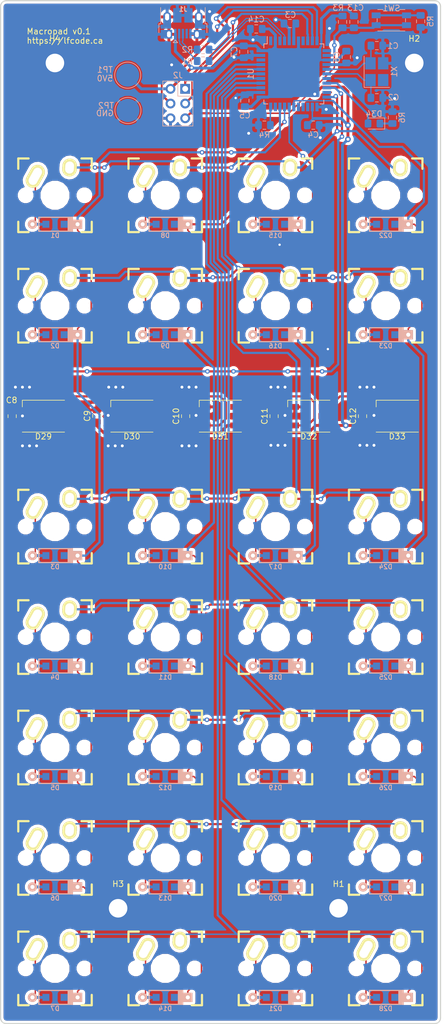
<source format=kicad_pcb>
(kicad_pcb (version 20171130) (host pcbnew "(6.0.0-rc1-dev-1254-gf05b756cc)")
  (title_block (title "Custom Numpad/Macropad") (date 2018-11-28) (rev 0) (company lfcode.ca) (comment 1 "Copyright (c) 2018 lf") (comment 2 "Licensed under TAPR Open Hardware License"))
  (layers (0 F.Cu signal) (31 B.Cu signal) (34 B.Paste user) (35 F.Paste user) (36 B.SilkS user) (37 F.SilkS user) (38 B.Mask user) (39 F.Mask user) (44 Edge.Cuts user))
  (net 0 "")
  (net 1 GND)
  (net 2 "Net-(C1-Pad1)")
  (net 3 "Net-(C2-Pad1)")
  (net 4 "Net-(C3-Pad2)")
  (net 5 VCC)
  (net 6 "Net-(D1-Pad2)")
  (net 7 Col1)
  (net 8 "Net-(D2-Pad2)")
  (net 9 "Net-(D3-Pad2)")
  (net 10 "Net-(D4-Pad2)")
  (net 11 "Net-(D5-Pad2)")
  (net 12 "Net-(D6-Pad2)")
  (net 13 "Net-(D7-Pad2)")
  (net 14 "Net-(D8-Pad2)")
  (net 15 Col2)
  (net 16 "Net-(D9-Pad2)")
  (net 17 "Net-(D10-Pad2)")
  (net 18 "Net-(D11-Pad2)")
  (net 19 "Net-(D12-Pad2)")
  (net 20 "Net-(D13-Pad2)")
  (net 21 "Net-(D14-Pad2)")
  (net 22 "Net-(D15-Pad2)")
  (net 23 Col3)
  (net 24 "Net-(D16-Pad2)")
  (net 25 "Net-(D17-Pad2)")
  (net 26 "Net-(D18-Pad2)")
  (net 27 "Net-(D19-Pad2)")
  (net 28 "Net-(D20-Pad2)")
  (net 29 "Net-(D21-Pad2)")
  (net 30 "Net-(D22-Pad2)")
  (net 31 Col4)
  (net 32 "Net-(D23-Pad2)")
  (net 33 "Net-(D24-Pad2)")
  (net 34 "Net-(D25-Pad2)")
  (net 35 "Net-(D26-Pad2)")
  (net 36 "Net-(D27-Pad2)")
  (net 37 "Net-(D28-Pad2)")
  (net 38 /NEOPIXEL_IN)
  (net 39 "Net-(D29-Pad4)")
  (net 40 "Net-(D30-Pad4)")
  (net 41 "Net-(D31-Pad4)")
  (net 42 "Net-(D32-Pad4)")
  (net 43 "Net-(D33-Pad4)")
  (net 44 "Net-(J1-Pad4)")
  (net 45 /ISP_MISO)
  (net 46 /ISP_SCK)
  (net 47 /ISP_MOSI)
  (net 48 /ISP_RESET)
  (net 49 Row1)
  (net 50 Row2)
  (net 51 Row3)
  (net 52 Row4)
  (net 53 Row5)
  (net 54 Row6)
  (net 55 Row7)
  (net 56 "Net-(R4-Pad2)")
  (net 57 "Net-(U1-Pad1)")
  (net 58 "Net-(U1-Pad8)")
  (net 59 "Net-(U1-Pad12)")
  (net 60 "Net-(U1-Pad21)")
  (net 61 "Net-(U1-Pad25)")
  (net 62 "Net-(U1-Pad26)")
  (net 63 "Net-(U1-Pad27)")
  (net 64 "Net-(U1-Pad42)")
  (net 65 "Net-(R5-Pad1)")
  (net 66 /D-)
  (net 67 /D+)
  (net 68 /MCU_D-)
  (net 69 /MCU_D+)
  (net 70 "Net-(U1-Pad32)")
  (net 71 "Net-(U1-Pad18)")
  (net 72 /DBG_LED)
  (net 73 "Net-(D34-Pad1)")
  (module MountingHole:MountingHole_3.2mm_M3_Pad (layer F.Cu) (at 82.296 37.465)
    (fp_text reference H4 (at 0 -4.2) (layer F.SilkS))
    (fp_text value MountingHole)
    (pad 1 thru_hole circle (at 0 0) (size 6.4 6.4) (drill 3.2) (layers *.Cu *.Mask) (net 1 GND))
  )
  (module MountingHole:MountingHole_3.2mm_M3_Pad (layer F.Cu) (at 93.218 183.261)
    (fp_text reference H3 (at 0 -4.2) (layer F.SilkS))
    (fp_text value MountingHole)
    (pad 1 thru_hole circle (at 0 0) (size 6.4 6.4) (drill 3.2) (layers *.Cu *.Mask) (net 1 GND))
  )
  (module MountingHole:MountingHole_3.2mm_M3_Pad (layer F.Cu) (at 144.399 37.465)
    (fp_text reference H2 (at 0 -4.2) (layer F.SilkS))
    (fp_text value MountingHole)
    (pad 1 thru_hole circle (at 0 0) (size 6.4 6.4) (drill 3.2) (layers *.Cu *.Mask) (net 1 GND))
  )
  (module MountingHole:MountingHole_3.2mm_M3_Pad (layer F.Cu) (at 131.318 183.261)
    (fp_text reference H1 (at 0 -4.2) (layer F.SilkS))
    (fp_text value MountingHole)
    (pad 1 thru_hole circle (at 0 0) (size 6.4 6.4) (drill 3.2) (layers *.Cu *.Mask) (net 1 GND))
  )
  (module TestPoint:TestPoint_Pad_D4.0mm (layer B.Cu) (at 94.918751 45.650001)
    (fp_text reference TP2 (at -3.793751 -0.837501) (layer B.SilkS) (effects (justify mirror)))
    (fp_text value GND (at -3.981251 0.474999) (layer B.SilkS) (effects (justify mirror)))
    (pad 1 smd circle (at 0 0) (size 4 4) (layers B.Cu B.Mask) (net 1 GND))
  )
  (module TestPoint:TestPoint_Pad_D4.0mm (layer B.Cu) (at 94.875 39.5625)
    (fp_text reference TP1 (at -3.9375 -0.9375) (layer B.SilkS) (effects (justify mirror)))
    (fp_text value 5V0 (at -3.9375 0.5625) (layer B.SilkS) (effects (justify mirror)))
    (pad 1 smd circle (at 0 0) (size 4 4) (layers B.Cu B.Mask) (net 5 VCC))
  )
  (module Resistor_SMD:R_0805_2012Metric_Pad1.15x1.40mm_HandSolder (layer B.Cu) (at 140.625 46.875 90)
    (fp_text reference R6 (at 0 1.65 90) (layer B.SilkS) (effects (justify mirror)))
    (fp_text value 150R)
    (pad 2 smd roundrect (at 1.025 0 90) (size 1.15 1.4) (layers B.Cu B.Paste B.Mask) (roundrect_rratio 0.217391) (net 1 GND))
    (pad 1 smd roundrect (at -1.025 0 90) (size 1.15 1.4) (layers B.Cu B.Paste B.Mask) (roundrect_rratio 0.217391) (net 73 "Net-(D34-Pad1)"))
  )
  (module LED_SMD:LED_0805_2012Metric_Pad1.15x1.40mm_HandSolder (layer B.Cu) (at 137.4375 47.90625 180)
    (fp_text reference D34 (at 0 1.65 180) (layer B.SilkS) (effects (justify mirror)))
    (fp_text value LED)
    (pad 2 smd roundrect (at 1.025 0 180) (size 1.15 1.4) (layers B.Cu B.Paste B.Mask) (roundrect_rratio 0.217391) (net 72 /DBG_LED))
    (pad 1 smd roundrect (at -1.025 0 180) (size 1.15 1.4) (layers B.Cu B.Paste B.Mask) (roundrect_rratio 0.217391) (net 73 "Net-(D34-Pad1)"))
  )
  (module Capacitor_SMD:C_0805_2012Metric_Pad1.15x1.40mm_HandSolder (layer B.Cu) (at 117.09375 31.59375 180)
    (fp_text reference C14 (at 0 1.65 180) (layer B.SilkS) (effects (justify mirror)))
    (fp_text value 0.1u)
    (pad 2 smd roundrect (at 1.025 0 180) (size 1.15 1.4) (layers B.Cu B.Paste B.Mask) (roundrect_rratio 0.217391) (net 1 GND))
    (pad 1 smd roundrect (at -1.025 0 180) (size 1.15 1.4) (layers B.Cu B.Paste B.Mask) (roundrect_rratio 0.217391) (net 5 VCC))
  )
  (module Connector_USB:USB_Micro-B_Amphenol_10103594-0001LF_Horizontal (layer B.Cu) (at 104.44 30.635)
    (fp_text reference J1 (at 0 -2.45) (layer B.SilkS) (effects (font (size 0.8128 0.8128) (thickness 0.2032)) (justify mirror)))
    (fp_text value USB_B_Micro hide)
    (pad 6 smd rect (at 0.935 -1.385 270) (size 2.5 1.43) (layers B.Cu B.Paste B.Mask) (net 1 GND))
    (pad 6 smd rect (at -0.985 -1.385 270) (size 2.5 1.43) (layers B.Cu B.Paste B.Mask) (net 1 GND))
    (pad 6 thru_hole oval (at 2.705 -1.115 270) (size 1.7 1.35) (drill oval 1.2 0.7) (layers *.Cu *.Mask) (net 1 GND))
    (pad 6 thru_hole oval (at -2.755 -1.115 270) (size 1.7 1.35) (drill oval 1.2 0.7) (layers *.Cu *.Mask) (net 1 GND))
    (pad 6 thru_hole oval (at 2.395 1.885 270) (size 1.5 1.1) (drill oval 1.05 0.65) (layers *.Cu *.Mask) (net 1 GND))
    (pad 6 thru_hole oval (at -2.445 1.885 270) (size 1.5 1.1) (drill oval 1.05 0.65) (layers *.Cu *.Mask) (net 1 GND))
    (pad 5 smd rect (at 1.275 1.765 270) (size 1.65 0.4) (layers B.Cu B.Paste B.Mask) (net 1 GND))
    (pad 4 smd rect (at 0.625 1.765 270) (size 1.65 0.4) (layers B.Cu B.Paste B.Mask) (net 44 "Net-(J1-Pad4)"))
    (pad 3 smd rect (at -0.025 1.765 270) (size 1.65 0.4) (layers B.Cu B.Paste B.Mask) (net 67 /D+))
    (pad 2 smd rect (at -0.675 1.765 270) (size 1.65 0.4) (layers B.Cu B.Paste B.Mask) (net 66 /D-))
    (pad 1 smd rect (at -1.325 1.765 270) (size 1.65 0.4) (layers B.Cu B.Paste B.Mask) (net 5 VCC))
    (pad 6 smd rect (at 2.875 1.885) (size 2 1.5) (layers B.Cu B.Paste B.Mask) (net 1 GND))
    (pad 6 smd rect (at -2.875 1.865) (size 2 1.5) (layers B.Cu B.Paste B.Mask) (net 1 GND))
    (pad 6 smd rect (at 2.975 0.565) (size 1.825 0.7) (layers B.Cu B.Paste B.Mask) (net 1 GND))
    (pad 6 smd rect (at -2.975 0.565) (size 1.825 0.7) (layers B.Cu B.Paste B.Mask) (net 1 GND))
    (pad 6 smd rect (at -2.755 -0.185) (size 1.35 2) (layers B.Cu B.Paste B.Mask) (net 1 GND))
    (pad 6 smd rect (at 2.725 -0.185) (size 1.35 2) (layers B.Cu B.Paste B.Mask) (net 1 GND))
  )
  (module Resistor_SMD:R_0805_2012Metric_Pad1.15x1.40mm_HandSolder (layer B.Cu) (at 133.96875 30.375 270)
    (fp_text reference R3 (at -2.4375 2.71875) (layer B.SilkS) (effects (justify mirror)))
    (fp_text value 10k)
    (pad 2 smd roundrect (at 1.025 0 270) (size 1.15 1.4) (layers B.Cu B.Paste B.Mask) (roundrect_rratio 0.217391) (net 48 /ISP_RESET))
    (pad 1 smd roundrect (at -1.025 0 270) (size 1.15 1.4) (layers B.Cu B.Paste B.Mask) (roundrect_rratio 0.217391) (net 5 VCC))
  )
  (module Capacitor_SMD:C_0805_2012Metric_Pad1.15x1.40mm_HandSolder (layer B.Cu) (at 132 30.375 90)
    (fp_text reference C13 (at 2.4375 2.25 180) (layer B.SilkS) (effects (justify mirror)))
    (fp_text value .1u)
    (pad 2 smd roundrect (at 1.025 0 90) (size 1.15 1.4) (layers B.Cu B.Paste B.Mask) (roundrect_rratio 0.217391) (net 1 GND))
    (pad 1 smd roundrect (at -1.025 0 90) (size 1.15 1.4) (layers B.Cu B.Paste B.Mask) (roundrect_rratio 0.217391) (net 48 /ISP_RESET))
  )
  (module LED_SMD:LED_SK6812_PLCC4_5.0x5.0mm_P3.2mm (layer F.Cu) (at 80.3125 98.38125 180)
    (fp_text reference D29 (at 0 -3.5 180) (layer F.SilkS))
    (fp_text value SK6812)
    (pad 1 smd rect (at 2.45 1.6 180) (size 1.5 1) (layers F.Cu F.Paste F.Mask) (net 1 GND))
    (pad 2 smd rect (at 2.45 -1.6 180) (size 1.5 1) (layers F.Cu F.Paste F.Mask) (net 38 /NEOPIXEL_IN))
    (pad 4 smd rect (at -2.45 1.6 180) (size 1.5 1) (layers F.Cu F.Paste F.Mask) (net 39 "Net-(D29-Pad4)"))
    (pad 3 smd rect (at -2.45 -1.6 180) (size 1.5 1) (layers F.Cu F.Paste F.Mask) (net 5 VCC))
  )
  (module LED_SMD:LED_SK6812_PLCC4_5.0x5.0mm_P3.2mm (layer F.Cu) (at 95.6 98.38125 180)
    (fp_text reference D30 (at 0 -3.5 180) (layer F.SilkS))
    (fp_text value SK6812)
    (pad 3 smd rect (at -2.45 -1.6 180) (size 1.5 1) (layers F.Cu F.Paste F.Mask) (net 5 VCC))
    (pad 4 smd rect (at -2.45 1.6 180) (size 1.5 1) (layers F.Cu F.Paste F.Mask) (net 40 "Net-(D30-Pad4)"))
    (pad 2 smd rect (at 2.45 -1.6 180) (size 1.5 1) (layers F.Cu F.Paste F.Mask) (net 39 "Net-(D29-Pad4)"))
    (pad 1 smd rect (at 2.45 1.6 180) (size 1.5 1) (layers F.Cu F.Paste F.Mask) (net 1 GND))
  )
  (module Resistor_SMD:R_0805_2012Metric_Pad1.15x1.40mm_HandSolder (layer B.Cu) (at 145.5 30.28125 270)
    (fp_text reference R5 (at 0 -1.6875 270) (layer B.SilkS) (effects (justify mirror)))
    (fp_text value 330R)
    (pad 2 smd roundrect (at 1.025 0 270) (size 1.15 1.4) (layers B.Cu B.Paste B.Mask) (roundrect_rratio 0.217391) (net 1 GND))
    (pad 1 smd roundrect (at -1.025 0 270) (size 1.15 1.4) (layers B.Cu B.Paste B.Mask) (roundrect_rratio 0.217391) (net 65 "Net-(R5-Pad1)"))
  )
  (module Capacitor_SMD:C_0805_2012Metric_Pad1.15x1.40mm_HandSolder (layer B.Cu) (at 137.929954 34.471448)
    (fp_text reference C1 (at 2.788796 0.028552) (layer B.SilkS) (effects (justify mirror)))
    (fp_text value 22p)
    (pad 2 smd roundrect (at 1.025 0) (size 1.15 1.4) (layers B.Cu B.Paste B.Mask) (roundrect_rratio 0.217391) (net 1 GND))
    (pad 1 smd roundrect (at -1.025 0) (size 1.15 1.4) (layers B.Cu B.Paste B.Mask) (roundrect_rratio 0.217391) (net 2 "Net-(C1-Pad1)"))
  )
  (module Capacitor_SMD:C_0805_2012Metric_Pad1.15x1.40mm_HandSolder (layer B.Cu) (at 137.929954 43.471448)
    (fp_text reference C2 (at 2.882546 -0.065198) (layer B.SilkS) (effects (justify mirror)))
    (fp_text value 22p)
    (pad 1 smd roundrect (at -1.025 0) (size 1.15 1.4) (layers B.Cu B.Paste B.Mask) (roundrect_rratio 0.217391) (net 3 "Net-(C2-Pad1)"))
    (pad 2 smd roundrect (at 1.025 0) (size 1.15 1.4) (layers B.Cu B.Paste B.Mask) (roundrect_rratio 0.217391) (net 1 GND))
  )
  (module Capacitor_SMD:C_0805_2012Metric_Pad1.15x1.40mm_HandSolder (layer B.Cu) (at 122.90625 30.65625)
    (fp_text reference C3 (at 0.09375 -1.5) (layer B.SilkS) (effects (justify mirror)))
    (fp_text value 1u)
    (pad 1 smd roundrect (at -1.025 0) (size 1.15 1.4) (layers B.Cu B.Paste B.Mask) (roundrect_rratio 0.217391) (net 1 GND))
    (pad 2 smd roundrect (at 1.025 0) (size 1.15 1.4) (layers B.Cu B.Paste B.Mask) (roundrect_rratio 0.217391) (net 4 "Net-(C3-Pad2)"))
  )
  (module Capacitor_SMD:C_0805_2012Metric_Pad1.15x1.40mm_HandSolder (layer B.Cu) (at 126.9375 48.1875)
    (fp_text reference C4 (at 0 1.65) (layer B.SilkS) (effects (justify mirror)))
    (fp_text value 0.1u)
    (pad 2 smd roundrect (at 1.025 0) (size 1.15 1.4) (layers B.Cu B.Paste B.Mask) (roundrect_rratio 0.217391) (net 1 GND))
    (pad 1 smd roundrect (at -1.025 0) (size 1.15 1.4) (layers B.Cu B.Paste B.Mask) (roundrect_rratio 0.217391) (net 5 VCC))
  )
  (module Capacitor_SMD:C_0805_2012Metric_Pad1.15x1.40mm_HandSolder (layer B.Cu) (at 115.125 43.96875 90)
    (fp_text reference C5 (at -2.53125 0 180) (layer B.SilkS) (effects (justify mirror)))
    (fp_text value 0.1u)
    (pad 1 smd roundrect (at -1.025 0 90) (size 1.15 1.4) (layers B.Cu B.Paste B.Mask) (roundrect_rratio 0.217391) (net 5 VCC))
    (pad 2 smd roundrect (at 1.025 0 90) (size 1.15 1.4) (layers B.Cu B.Paste B.Mask) (roundrect_rratio 0.217391) (net 1 GND))
  )
  (module Capacitor_SMD:C_0805_2012Metric_Pad1.15x1.40mm_HandSolder (layer B.Cu) (at 132.65625 36.440198 270)
    (fp_text reference C6 (at 0 1.65 270) (layer B.SilkS) (effects (justify mirror)))
    (fp_text value 0.1u)
    (pad 2 smd roundrect (at 1.025 0 270) (size 1.15 1.4) (layers B.Cu B.Paste B.Mask) (roundrect_rratio 0.217391) (net 1 GND))
    (pad 1 smd roundrect (at -1.025 0 270) (size 1.15 1.4) (layers B.Cu B.Paste B.Mask) (roundrect_rratio 0.217391) (net 5 VCC))
  )
  (module Capacitor_SMD:C_0805_2012Metric_Pad1.15x1.40mm_HandSolder (layer B.Cu) (at 114.9375 35.53125 270)
    (fp_text reference C7 (at 0 1.65 270) (layer B.SilkS) (effects (justify mirror)))
    (fp_text value 4.7u)
    (pad 2 smd roundrect (at 1.025 0 270) (size 1.15 1.4) (layers B.Cu B.Paste B.Mask) (roundrect_rratio 0.217391) (net 1 GND))
    (pad 1 smd roundrect (at -1.025 0 270) (size 1.15 1.4) (layers B.Cu B.Paste B.Mask) (roundrect_rratio 0.217391) (net 5 VCC))
  )
  (module Capacitor_SMD:C_0805_2012Metric_Pad1.15x1.40mm_HandSolder (layer F.Cu) (at 74.90625 98.38125 90)
    (fp_text reference C8 (at 2.75625 -0.09375 180) (layer F.SilkS))
    (fp_text value 0.1u)
    (pad 1 smd roundrect (at -1.025 0 90) (size 1.15 1.4) (layers F.Cu F.Paste F.Mask) (roundrect_rratio 0.217391) (net 5 VCC))
    (pad 2 smd roundrect (at 1.025 0 90) (size 1.15 1.4) (layers F.Cu F.Paste F.Mask) (roundrect_rratio 0.217391) (net 1 GND))
  )
  (module Capacitor_SMD:C_0805_2012Metric_Pad1.15x1.40mm_HandSolder (layer F.Cu) (at 89.53125 98.34375 90)
    (fp_text reference C9 (at 0 -1.65 90) (layer F.SilkS))
    (fp_text value 0.1u)
    (pad 2 smd roundrect (at 1.025 0 90) (size 1.15 1.4) (layers F.Cu F.Paste F.Mask) (roundrect_rratio 0.217391) (net 1 GND))
    (pad 1 smd roundrect (at -1.025 0 90) (size 1.15 1.4) (layers F.Cu F.Paste F.Mask) (roundrect_rratio 0.217391) (net 5 VCC))
  )
  (module Capacitor_SMD:C_0805_2012Metric_Pad1.15x1.40mm_HandSolder (layer F.Cu) (at 104.8875 98.38125 90)
    (fp_text reference C10 (at 0 -1.65 90) (layer F.SilkS))
    (fp_text value 0.1u)
    (pad 1 smd roundrect (at -1.025 0 90) (size 1.15 1.4) (layers F.Cu F.Paste F.Mask) (roundrect_rratio 0.217391) (net 5 VCC))
    (pad 2 smd roundrect (at 1.025 0 90) (size 1.15 1.4) (layers F.Cu F.Paste F.Mask) (roundrect_rratio 0.217391) (net 1 GND))
  )
  (module Capacitor_SMD:C_0805_2012Metric_Pad1.15x1.40mm_HandSolder (layer F.Cu) (at 120.175 98.38125 90)
    (fp_text reference C11 (at 0 -1.65 90) (layer F.SilkS))
    (fp_text value 0.1u)
    (pad 2 smd roundrect (at 1.025 0 90) (size 1.15 1.4) (layers F.Cu F.Paste F.Mask) (roundrect_rratio 0.217391) (net 1 GND))
    (pad 1 smd roundrect (at -1.025 0 90) (size 1.15 1.4) (layers F.Cu F.Paste F.Mask) (roundrect_rratio 0.217391) (net 5 VCC))
  )
  (module Capacitor_SMD:C_0805_2012Metric_Pad1.15x1.40mm_HandSolder (layer F.Cu) (at 135.4625 98.38125 90)
    (fp_text reference C12 (at 0 -1.65 90) (layer F.SilkS))
    (fp_text value 0.1u)
    (pad 1 smd roundrect (at -1.025 0 90) (size 1.15 1.4) (layers F.Cu F.Paste F.Mask) (roundrect_rratio 0.217391) (net 5 VCC))
    (pad 2 smd roundrect (at 1.025 0 90) (size 1.15 1.4) (layers F.Cu F.Paste F.Mask) (roundrect_rratio 0.217391) (net 1 GND))
  )
  (module keyboard_parts:D_SOD123_axial (layer B.Cu) (at 82.3125 65.28125 180)
    (fp_text reference D1 (at 0 -1.925 180) (layer B.SilkS) (effects (font (size 0.8 0.8)) (justify mirror)))
    (fp_text value D hide)
    (pad 2 smd rect (at 1.575 0 180) (size 1.2 1.2) (layers B.Cu B.Paste B.Mask) (net 6 "Net-(D1-Pad2)"))
    (pad 1 smd rect (at -1.575 0 180) (size 1.2 1.2) (layers B.Cu B.Paste B.Mask) (net 7 Col1))
    (pad 1 thru_hole rect (at -3.9 0 180) (size 1.6 1.6) (drill 0.7) (layers *.Cu *.Mask B.SilkS) (net 7 Col1))
    (pad 2 thru_hole circle (at 3.9 0 180) (size 1.6 1.6) (drill 0.7) (layers *.Cu *.Mask B.SilkS) (net 6 "Net-(D1-Pad2)"))
    (pad 1 smd rect (at -2.7 0 180) (size 2.5 0.5) (layers B.Cu) (net 7 Col1))
    (pad 2 smd rect (at 2.7 0 180) (size 2.5 0.5) (layers B.Cu) (net 6 "Net-(D1-Pad2)"))
  )
  (module keyboard_parts:D_SOD123_axial (layer B.Cu) (at 82.3125 84.33125 180)
    (fp_text reference D2 (at 0 -1.925 180) (layer B.SilkS) (effects (font (size 0.8 0.8)) (justify mirror)))
    (fp_text value D hide)
    (pad 2 smd rect (at 1.575 0 180) (size 1.2 1.2) (layers B.Cu B.Paste B.Mask) (net 8 "Net-(D2-Pad2)"))
    (pad 1 smd rect (at -1.575 0 180) (size 1.2 1.2) (layers B.Cu B.Paste B.Mask) (net 7 Col1))
    (pad 1 thru_hole rect (at -3.9 0 180) (size 1.6 1.6) (drill 0.7) (layers *.Cu *.Mask B.SilkS) (net 7 Col1))
    (pad 2 thru_hole circle (at 3.9 0 180) (size 1.6 1.6) (drill 0.7) (layers *.Cu *.Mask B.SilkS) (net 8 "Net-(D2-Pad2)"))
    (pad 1 smd rect (at -2.7 0 180) (size 2.5 0.5) (layers B.Cu) (net 7 Col1))
    (pad 2 smd rect (at 2.7 0 180) (size 2.5 0.5) (layers B.Cu) (net 8 "Net-(D2-Pad2)"))
  )
  (module keyboard_parts:D_SOD123_axial (layer B.Cu) (at 82.3125 122.43125 180)
    (fp_text reference D3 (at 0 -1.925 180) (layer B.SilkS) (effects (font (size 0.8 0.8)) (justify mirror)))
    (fp_text value D hide)
    (pad 2 smd rect (at 2.7 0 180) (size 2.5 0.5) (layers B.Cu) (net 9 "Net-(D3-Pad2)"))
    (pad 1 smd rect (at -2.7 0 180) (size 2.5 0.5) (layers B.Cu) (net 7 Col1))
    (pad 2 thru_hole circle (at 3.9 0 180) (size 1.6 1.6) (drill 0.7) (layers *.Cu *.Mask B.SilkS) (net 9 "Net-(D3-Pad2)"))
    (pad 1 thru_hole rect (at -3.9 0 180) (size 1.6 1.6) (drill 0.7) (layers *.Cu *.Mask B.SilkS) (net 7 Col1))
    (pad 1 smd rect (at -1.575 0 180) (size 1.2 1.2) (layers B.Cu B.Paste B.Mask) (net 7 Col1))
    (pad 2 smd rect (at 1.575 0 180) (size 1.2 1.2) (layers B.Cu B.Paste B.Mask) (net 9 "Net-(D3-Pad2)"))
  )
  (module keyboard_parts:D_SOD123_axial (layer B.Cu) (at 82.3125 141.48125 180)
    (fp_text reference D4 (at 0 -1.925 180) (layer B.SilkS) (effects (font (size 0.8 0.8)) (justify mirror)))
    (fp_text value D hide)
    (pad 2 smd rect (at 1.575 0 180) (size 1.2 1.2) (layers B.Cu B.Paste B.Mask) (net 10 "Net-(D4-Pad2)"))
    (pad 1 smd rect (at -1.575 0 180) (size 1.2 1.2) (layers B.Cu B.Paste B.Mask) (net 7 Col1))
    (pad 1 thru_hole rect (at -3.9 0 180) (size 1.6 1.6) (drill 0.7) (layers *.Cu *.Mask B.SilkS) (net 7 Col1))
    (pad 2 thru_hole circle (at 3.9 0 180) (size 1.6 1.6) (drill 0.7) (layers *.Cu *.Mask B.SilkS) (net 10 "Net-(D4-Pad2)"))
    (pad 1 smd rect (at -2.7 0 180) (size 2.5 0.5) (layers B.Cu) (net 7 Col1))
    (pad 2 smd rect (at 2.7 0 180) (size 2.5 0.5) (layers B.Cu) (net 10 "Net-(D4-Pad2)"))
  )
  (module keyboard_parts:D_SOD123_axial (layer B.Cu) (at 82.3125 160.53125 180)
    (fp_text reference D5 (at 0 -1.925 180) (layer B.SilkS) (effects (font (size 0.8 0.8)) (justify mirror)))
    (fp_text value D hide)
    (pad 2 smd rect (at 2.7 0 180) (size 2.5 0.5) (layers B.Cu) (net 11 "Net-(D5-Pad2)"))
    (pad 1 smd rect (at -2.7 0 180) (size 2.5 0.5) (layers B.Cu) (net 7 Col1))
    (pad 2 thru_hole circle (at 3.9 0 180) (size 1.6 1.6) (drill 0.7) (layers *.Cu *.Mask B.SilkS) (net 11 "Net-(D5-Pad2)"))
    (pad 1 thru_hole rect (at -3.9 0 180) (size 1.6 1.6) (drill 0.7) (layers *.Cu *.Mask B.SilkS) (net 7 Col1))
    (pad 1 smd rect (at -1.575 0 180) (size 1.2 1.2) (layers B.Cu B.Paste B.Mask) (net 7 Col1))
    (pad 2 smd rect (at 1.575 0 180) (size 1.2 1.2) (layers B.Cu B.Paste B.Mask) (net 11 "Net-(D5-Pad2)"))
  )
  (module keyboard_parts:D_SOD123_axial (layer B.Cu) (at 82.3125 179.58125 180)
    (fp_text reference D6 (at 0 -1.925 180) (layer B.SilkS) (effects (font (size 0.8 0.8)) (justify mirror)))
    (fp_text value D hide)
    (pad 2 smd rect (at 2.7 0 180) (size 2.5 0.5) (layers B.Cu) (net 12 "Net-(D6-Pad2)"))
    (pad 1 smd rect (at -2.7 0 180) (size 2.5 0.5) (layers B.Cu) (net 7 Col1))
    (pad 2 thru_hole circle (at 3.9 0 180) (size 1.6 1.6) (drill 0.7) (layers *.Cu *.Mask B.SilkS) (net 12 "Net-(D6-Pad2)"))
    (pad 1 thru_hole rect (at -3.9 0 180) (size 1.6 1.6) (drill 0.7) (layers *.Cu *.Mask B.SilkS) (net 7 Col1))
    (pad 1 smd rect (at -1.575 0 180) (size 1.2 1.2) (layers B.Cu B.Paste B.Mask) (net 7 Col1))
    (pad 2 smd rect (at 1.575 0 180) (size 1.2 1.2) (layers B.Cu B.Paste B.Mask) (net 12 "Net-(D6-Pad2)"))
  )
  (module keyboard_parts:D_SOD123_axial (layer B.Cu) (at 82.3125 198.63125 180)
    (fp_text reference D7 (at 0 -1.925 180) (layer B.SilkS) (effects (font (size 0.8 0.8)) (justify mirror)))
    (fp_text value D hide)
    (pad 2 smd rect (at 1.575 0 180) (size 1.2 1.2) (layers B.Cu B.Paste B.Mask) (net 13 "Net-(D7-Pad2)"))
    (pad 1 smd rect (at -1.575 0 180) (size 1.2 1.2) (layers B.Cu B.Paste B.Mask) (net 7 Col1))
    (pad 1 thru_hole rect (at -3.9 0 180) (size 1.6 1.6) (drill 0.7) (layers *.Cu *.Mask B.SilkS) (net 7 Col1))
    (pad 2 thru_hole circle (at 3.9 0 180) (size 1.6 1.6) (drill 0.7) (layers *.Cu *.Mask B.SilkS) (net 13 "Net-(D7-Pad2)"))
    (pad 1 smd rect (at -2.7 0 180) (size 2.5 0.5) (layers B.Cu) (net 7 Col1))
    (pad 2 smd rect (at 2.7 0 180) (size 2.5 0.5) (layers B.Cu) (net 13 "Net-(D7-Pad2)"))
  )
  (module keyboard_parts:D_SOD123_axial (layer B.Cu) (at 101.3625 65.28125 180)
    (fp_text reference D8 (at 0 -1.925 180) (layer B.SilkS) (effects (font (size 0.8 0.8)) (justify mirror)))
    (fp_text value D hide)
    (pad 2 smd rect (at 1.575 0 180) (size 1.2 1.2) (layers B.Cu B.Paste B.Mask) (net 14 "Net-(D8-Pad2)"))
    (pad 1 smd rect (at -1.575 0 180) (size 1.2 1.2) (layers B.Cu B.Paste B.Mask) (net 15 Col2))
    (pad 1 thru_hole rect (at -3.9 0 180) (size 1.6 1.6) (drill 0.7) (layers *.Cu *.Mask B.SilkS) (net 15 Col2))
    (pad 2 thru_hole circle (at 3.9 0 180) (size 1.6 1.6) (drill 0.7) (layers *.Cu *.Mask B.SilkS) (net 14 "Net-(D8-Pad2)"))
    (pad 1 smd rect (at -2.7 0 180) (size 2.5 0.5) (layers B.Cu) (net 15 Col2))
    (pad 2 smd rect (at 2.7 0 180) (size 2.5 0.5) (layers B.Cu) (net 14 "Net-(D8-Pad2)"))
  )
  (module keyboard_parts:D_SOD123_axial (layer B.Cu) (at 101.3625 84.33125 180)
    (fp_text reference D9 (at 0 -1.925 180) (layer B.SilkS) (effects (font (size 0.8 0.8)) (justify mirror)))
    (fp_text value D hide)
    (pad 2 smd rect (at 1.575 0 180) (size 1.2 1.2) (layers B.Cu B.Paste B.Mask) (net 16 "Net-(D9-Pad2)"))
    (pad 1 smd rect (at -1.575 0 180) (size 1.2 1.2) (layers B.Cu B.Paste B.Mask) (net 15 Col2))
    (pad 1 thru_hole rect (at -3.9 0 180) (size 1.6 1.6) (drill 0.7) (layers *.Cu *.Mask B.SilkS) (net 15 Col2))
    (pad 2 thru_hole circle (at 3.9 0 180) (size 1.6 1.6) (drill 0.7) (layers *.Cu *.Mask B.SilkS) (net 16 "Net-(D9-Pad2)"))
    (pad 1 smd rect (at -2.7 0 180) (size 2.5 0.5) (layers B.Cu) (net 15 Col2))
    (pad 2 smd rect (at 2.7 0 180) (size 2.5 0.5) (layers B.Cu) (net 16 "Net-(D9-Pad2)"))
  )
  (module keyboard_parts:D_SOD123_axial (layer B.Cu) (at 101.3625 122.43125 180)
    (fp_text reference D10 (at 0 -1.925 180) (layer B.SilkS) (effects (font (size 0.8 0.8)) (justify mirror)))
    (fp_text value D hide)
    (pad 2 smd rect (at 1.575 0 180) (size 1.2 1.2) (layers B.Cu B.Paste B.Mask) (net 17 "Net-(D10-Pad2)"))
    (pad 1 smd rect (at -1.575 0 180) (size 1.2 1.2) (layers B.Cu B.Paste B.Mask) (net 15 Col2))
    (pad 1 thru_hole rect (at -3.9 0 180) (size 1.6 1.6) (drill 0.7) (layers *.Cu *.Mask B.SilkS) (net 15 Col2))
    (pad 2 thru_hole circle (at 3.9 0 180) (size 1.6 1.6) (drill 0.7) (layers *.Cu *.Mask B.SilkS) (net 17 "Net-(D10-Pad2)"))
    (pad 1 smd rect (at -2.7 0 180) (size 2.5 0.5) (layers B.Cu) (net 15 Col2))
    (pad 2 smd rect (at 2.7 0 180) (size 2.5 0.5) (layers B.Cu) (net 17 "Net-(D10-Pad2)"))
  )
  (module keyboard_parts:D_SOD123_axial (layer B.Cu) (at 101.3625 141.48125 180)
    (fp_text reference D11 (at 0 -1.925 180) (layer B.SilkS) (effects (font (size 0.8 0.8)) (justify mirror)))
    (fp_text value D hide)
    (pad 2 smd rect (at 2.7 0 180) (size 2.5 0.5) (layers B.Cu) (net 18 "Net-(D11-Pad2)"))
    (pad 1 smd rect (at -2.7 0 180) (size 2.5 0.5) (layers B.Cu) (net 15 Col2))
    (pad 2 thru_hole circle (at 3.9 0 180) (size 1.6 1.6) (drill 0.7) (layers *.Cu *.Mask B.SilkS) (net 18 "Net-(D11-Pad2)"))
    (pad 1 thru_hole rect (at -3.9 0 180) (size 1.6 1.6) (drill 0.7) (layers *.Cu *.Mask B.SilkS) (net 15 Col2))
    (pad 1 smd rect (at -1.575 0 180) (size 1.2 1.2) (layers B.Cu B.Paste B.Mask) (net 15 Col2))
    (pad 2 smd rect (at 1.575 0 180) (size 1.2 1.2) (layers B.Cu B.Paste B.Mask) (net 18 "Net-(D11-Pad2)"))
  )
  (module keyboard_parts:D_SOD123_axial (layer B.Cu) (at 101.3625 160.53125 180)
    (fp_text reference D12 (at 0 -1.925 180) (layer B.SilkS) (effects (font (size 0.8 0.8)) (justify mirror)))
    (fp_text value D hide)
    (pad 2 smd rect (at 1.575 0 180) (size 1.2 1.2) (layers B.Cu B.Paste B.Mask) (net 19 "Net-(D12-Pad2)"))
    (pad 1 smd rect (at -1.575 0 180) (size 1.2 1.2) (layers B.Cu B.Paste B.Mask) (net 15 Col2))
    (pad 1 thru_hole rect (at -3.9 0 180) (size 1.6 1.6) (drill 0.7) (layers *.Cu *.Mask B.SilkS) (net 15 Col2))
    (pad 2 thru_hole circle (at 3.9 0 180) (size 1.6 1.6) (drill 0.7) (layers *.Cu *.Mask B.SilkS) (net 19 "Net-(D12-Pad2)"))
    (pad 1 smd rect (at -2.7 0 180) (size 2.5 0.5) (layers B.Cu) (net 15 Col2))
    (pad 2 smd rect (at 2.7 0 180) (size 2.5 0.5) (layers B.Cu) (net 19 "Net-(D12-Pad2)"))
  )
  (module keyboard_parts:D_SOD123_axial (layer B.Cu) (at 101.3625 179.58125 180)
    (fp_text reference D13 (at 0 -1.925 180) (layer B.SilkS) (effects (font (size 0.8 0.8)) (justify mirror)))
    (fp_text value D hide)
    (pad 2 smd rect (at 2.7 0 180) (size 2.5 0.5) (layers B.Cu) (net 20 "Net-(D13-Pad2)"))
    (pad 1 smd rect (at -2.7 0 180) (size 2.5 0.5) (layers B.Cu) (net 15 Col2))
    (pad 2 thru_hole circle (at 3.9 0 180) (size 1.6 1.6) (drill 0.7) (layers *.Cu *.Mask B.SilkS) (net 20 "Net-(D13-Pad2)"))
    (pad 1 thru_hole rect (at -3.9 0 180) (size 1.6 1.6) (drill 0.7) (layers *.Cu *.Mask B.SilkS) (net 15 Col2))
    (pad 1 smd rect (at -1.575 0 180) (size 1.2 1.2) (layers B.Cu B.Paste B.Mask) (net 15 Col2))
    (pad 2 smd rect (at 1.575 0 180) (size 1.2 1.2) (layers B.Cu B.Paste B.Mask) (net 20 "Net-(D13-Pad2)"))
  )
  (module keyboard_parts:D_SOD123_axial (layer B.Cu) (at 101.3625 198.63125 180)
    (fp_text reference D14 (at 0 -1.925 180) (layer B.SilkS) (effects (font (size 0.8 0.8)) (justify mirror)))
    (fp_text value D hide)
    (pad 2 smd rect (at 2.7 0 180) (size 2.5 0.5) (layers B.Cu) (net 21 "Net-(D14-Pad2)"))
    (pad 1 smd rect (at -2.7 0 180) (size 2.5 0.5) (layers B.Cu) (net 15 Col2))
    (pad 2 thru_hole circle (at 3.9 0 180) (size 1.6 1.6) (drill 0.7) (layers *.Cu *.Mask B.SilkS) (net 21 "Net-(D14-Pad2)"))
    (pad 1 thru_hole rect (at -3.9 0 180) (size 1.6 1.6) (drill 0.7) (layers *.Cu *.Mask B.SilkS) (net 15 Col2))
    (pad 1 smd rect (at -1.575 0 180) (size 1.2 1.2) (layers B.Cu B.Paste B.Mask) (net 15 Col2))
    (pad 2 smd rect (at 1.575 0 180) (size 1.2 1.2) (layers B.Cu B.Paste B.Mask) (net 21 "Net-(D14-Pad2)"))
  )
  (module keyboard_parts:D_SOD123_axial (layer B.Cu) (at 120.4125 65.28125 180)
    (fp_text reference D15 (at 0 -1.925 180) (layer B.SilkS) (effects (font (size 0.8 0.8)) (justify mirror)))
    (fp_text value D hide)
    (pad 2 smd rect (at 2.7 0 180) (size 2.5 0.5) (layers B.Cu) (net 22 "Net-(D15-Pad2)"))
    (pad 1 smd rect (at -2.7 0 180) (size 2.5 0.5) (layers B.Cu) (net 23 Col3))
    (pad 2 thru_hole circle (at 3.9 0 180) (size 1.6 1.6) (drill 0.7) (layers *.Cu *.Mask B.SilkS) (net 22 "Net-(D15-Pad2)"))
    (pad 1 thru_hole rect (at -3.9 0 180) (size 1.6 1.6) (drill 0.7) (layers *.Cu *.Mask B.SilkS) (net 23 Col3))
    (pad 1 smd rect (at -1.575 0 180) (size 1.2 1.2) (layers B.Cu B.Paste B.Mask) (net 23 Col3))
    (pad 2 smd rect (at 1.575 0 180) (size 1.2 1.2) (layers B.Cu B.Paste B.Mask) (net 22 "Net-(D15-Pad2)"))
  )
  (module keyboard_parts:D_SOD123_axial (layer B.Cu) (at 120.4125 84.33125 180)
    (fp_text reference D16 (at 0 -1.925 180) (layer B.SilkS) (effects (font (size 0.8 0.8)) (justify mirror)))
    (fp_text value D hide)
    (pad 2 smd rect (at 1.575 0 180) (size 1.2 1.2) (layers B.Cu B.Paste B.Mask) (net 24 "Net-(D16-Pad2)"))
    (pad 1 smd rect (at -1.575 0 180) (size 1.2 1.2) (layers B.Cu B.Paste B.Mask) (net 23 Col3))
    (pad 1 thru_hole rect (at -3.9 0 180) (size 1.6 1.6) (drill 0.7) (layers *.Cu *.Mask B.SilkS) (net 23 Col3))
    (pad 2 thru_hole circle (at 3.9 0 180) (size 1.6 1.6) (drill 0.7) (layers *.Cu *.Mask B.SilkS) (net 24 "Net-(D16-Pad2)"))
    (pad 1 smd rect (at -2.7 0 180) (size 2.5 0.5) (layers B.Cu) (net 23 Col3))
    (pad 2 smd rect (at 2.7 0 180) (size 2.5 0.5) (layers B.Cu) (net 24 "Net-(D16-Pad2)"))
  )
  (module keyboard_parts:D_SOD123_axial (layer B.Cu) (at 120.4125 122.43125 180)
    (fp_text reference D17 (at 0 -1.925 180) (layer B.SilkS) (effects (font (size 0.8 0.8)) (justify mirror)))
    (fp_text value D hide)
    (pad 2 smd rect (at 1.575 0 180) (size 1.2 1.2) (layers B.Cu B.Paste B.Mask) (net 25 "Net-(D17-Pad2)"))
    (pad 1 smd rect (at -1.575 0 180) (size 1.2 1.2) (layers B.Cu B.Paste B.Mask) (net 23 Col3))
    (pad 1 thru_hole rect (at -3.9 0 180) (size 1.6 1.6) (drill 0.7) (layers *.Cu *.Mask B.SilkS) (net 23 Col3))
    (pad 2 thru_hole circle (at 3.9 0 180) (size 1.6 1.6) (drill 0.7) (layers *.Cu *.Mask B.SilkS) (net 25 "Net-(D17-Pad2)"))
    (pad 1 smd rect (at -2.7 0 180) (size 2.5 0.5) (layers B.Cu) (net 23 Col3))
    (pad 2 smd rect (at 2.7 0 180) (size 2.5 0.5) (layers B.Cu) (net 25 "Net-(D17-Pad2)"))
  )
  (module keyboard_parts:D_SOD123_axial (layer B.Cu) (at 120.4125 141.48125 180)
    (fp_text reference D18 (at 0 -1.925 180) (layer B.SilkS) (effects (font (size 0.8 0.8)) (justify mirror)))
    (fp_text value D hide)
    (pad 2 smd rect (at 1.575 0 180) (size 1.2 1.2) (layers B.Cu B.Paste B.Mask) (net 26 "Net-(D18-Pad2)"))
    (pad 1 smd rect (at -1.575 0 180) (size 1.2 1.2) (layers B.Cu B.Paste B.Mask) (net 23 Col3))
    (pad 1 thru_hole rect (at -3.9 0 180) (size 1.6 1.6) (drill 0.7) (layers *.Cu *.Mask B.SilkS) (net 23 Col3))
    (pad 2 thru_hole circle (at 3.9 0 180) (size 1.6 1.6) (drill 0.7) (layers *.Cu *.Mask B.SilkS) (net 26 "Net-(D18-Pad2)"))
    (pad 1 smd rect (at -2.7 0 180) (size 2.5 0.5) (layers B.Cu) (net 23 Col3))
    (pad 2 smd rect (at 2.7 0 180) (size 2.5 0.5) (layers B.Cu) (net 26 "Net-(D18-Pad2)"))
  )
  (module keyboard_parts:D_SOD123_axial (layer B.Cu) (at 120.4125 160.53125 180)
    (fp_text reference D19 (at 0 -1.925 180) (layer B.SilkS) (effects (font (size 0.8 0.8)) (justify mirror)))
    (fp_text value D hide)
    (pad 2 smd rect (at 2.7 0 180) (size 2.5 0.5) (layers B.Cu) (net 27 "Net-(D19-Pad2)"))
    (pad 1 smd rect (at -2.7 0 180) (size 2.5 0.5) (layers B.Cu) (net 23 Col3))
    (pad 2 thru_hole circle (at 3.9 0 180) (size 1.6 1.6) (drill 0.7) (layers *.Cu *.Mask B.SilkS) (net 27 "Net-(D19-Pad2)"))
    (pad 1 thru_hole rect (at -3.9 0 180) (size 1.6 1.6) (drill 0.7) (layers *.Cu *.Mask B.SilkS) (net 23 Col3))
    (pad 1 smd rect (at -1.575 0 180) (size 1.2 1.2) (layers B.Cu B.Paste B.Mask) (net 23 Col3))
    (pad 2 smd rect (at 1.575 0 180) (size 1.2 1.2) (layers B.Cu B.Paste B.Mask) (net 27 "Net-(D19-Pad2)"))
  )
  (module keyboard_parts:D_SOD123_axial (layer B.Cu) (at 120.4125 179.58125 180)
    (fp_text reference D20 (at 0 -1.925 180) (layer B.SilkS) (effects (font (size 0.8 0.8)) (justify mirror)))
    (fp_text value D hide)
    (pad 2 smd rect (at 2.7 0 180) (size 2.5 0.5) (layers B.Cu) (net 28 "Net-(D20-Pad2)"))
    (pad 1 smd rect (at -2.7 0 180) (size 2.5 0.5) (layers B.Cu) (net 23 Col3))
    (pad 2 thru_hole circle (at 3.9 0 180) (size 1.6 1.6) (drill 0.7) (layers *.Cu *.Mask B.SilkS) (net 28 "Net-(D20-Pad2)"))
    (pad 1 thru_hole rect (at -3.9 0 180) (size 1.6 1.6) (drill 0.7) (layers *.Cu *.Mask B.SilkS) (net 23 Col3))
    (pad 1 smd rect (at -1.575 0 180) (size 1.2 1.2) (layers B.Cu B.Paste B.Mask) (net 23 Col3))
    (pad 2 smd rect (at 1.575 0 180) (size 1.2 1.2) (layers B.Cu B.Paste B.Mask) (net 28 "Net-(D20-Pad2)"))
  )
  (module keyboard_parts:D_SOD123_axial (layer B.Cu) (at 120.4125 198.63125 180)
    (fp_text reference D21 (at 0 -1.925 180) (layer B.SilkS) (effects (font (size 0.8 0.8)) (justify mirror)))
    (fp_text value D hide)
    (pad 2 smd rect (at 2.7 0 180) (size 2.5 0.5) (layers B.Cu) (net 29 "Net-(D21-Pad2)"))
    (pad 1 smd rect (at -2.7 0 180) (size 2.5 0.5) (layers B.Cu) (net 23 Col3))
    (pad 2 thru_hole circle (at 3.9 0 180) (size 1.6 1.6) (drill 0.7) (layers *.Cu *.Mask B.SilkS) (net 29 "Net-(D21-Pad2)"))
    (pad 1 thru_hole rect (at -3.9 0 180) (size 1.6 1.6) (drill 0.7) (layers *.Cu *.Mask B.SilkS) (net 23 Col3))
    (pad 1 smd rect (at -1.575 0 180) (size 1.2 1.2) (layers B.Cu B.Paste B.Mask) (net 23 Col3))
    (pad 2 smd rect (at 1.575 0 180) (size 1.2 1.2) (layers B.Cu B.Paste B.Mask) (net 29 "Net-(D21-Pad2)"))
  )
  (module keyboard_parts:D_SOD123_axial (layer B.Cu) (at 139.4625 65.28125 180)
    (fp_text reference D22 (at 0 -1.925 180) (layer B.SilkS) (effects (font (size 0.8 0.8)) (justify mirror)))
    (fp_text value D hide)
    (pad 2 smd rect (at 2.7 0 180) (size 2.5 0.5) (layers B.Cu) (net 30 "Net-(D22-Pad2)"))
    (pad 1 smd rect (at -2.7 0 180) (size 2.5 0.5) (layers B.Cu) (net 31 Col4))
    (pad 2 thru_hole circle (at 3.9 0 180) (size 1.6 1.6) (drill 0.7) (layers *.Cu *.Mask B.SilkS) (net 30 "Net-(D22-Pad2)"))
    (pad 1 thru_hole rect (at -3.9 0 180) (size 1.6 1.6) (drill 0.7) (layers *.Cu *.Mask B.SilkS) (net 31 Col4))
    (pad 1 smd rect (at -1.575 0 180) (size 1.2 1.2) (layers B.Cu B.Paste B.Mask) (net 31 Col4))
    (pad 2 smd rect (at 1.575 0 180) (size 1.2 1.2) (layers B.Cu B.Paste B.Mask) (net 30 "Net-(D22-Pad2)"))
  )
  (module keyboard_parts:D_SOD123_axial (layer B.Cu) (at 139.4625 84.33125 180)
    (fp_text reference D23 (at 0 -1.925 180) (layer B.SilkS) (effects (font (size 0.8 0.8)) (justify mirror)))
    (fp_text value D hide)
    (pad 2 smd rect (at 1.575 0 180) (size 1.2 1.2) (layers B.Cu B.Paste B.Mask) (net 32 "Net-(D23-Pad2)"))
    (pad 1 smd rect (at -1.575 0 180) (size 1.2 1.2) (layers B.Cu B.Paste B.Mask) (net 31 Col4))
    (pad 1 thru_hole rect (at -3.9 0 180) (size 1.6 1.6) (drill 0.7) (layers *.Cu *.Mask B.SilkS) (net 31 Col4))
    (pad 2 thru_hole circle (at 3.9 0 180) (size 1.6 1.6) (drill 0.7) (layers *.Cu *.Mask B.SilkS) (net 32 "Net-(D23-Pad2)"))
    (pad 1 smd rect (at -2.7 0 180) (size 2.5 0.5) (layers B.Cu) (net 31 Col4))
    (pad 2 smd rect (at 2.7 0 180) (size 2.5 0.5) (layers B.Cu) (net 32 "Net-(D23-Pad2)"))
  )
  (module keyboard_parts:D_SOD123_axial (layer B.Cu) (at 139.4625 122.43125 180)
    (fp_text reference D24 (at 0 -1.925 180) (layer B.SilkS) (effects (font (size 0.8 0.8)) (justify mirror)))
    (fp_text value D hide)
    (pad 2 smd rect (at 1.575 0 180) (size 1.2 1.2) (layers B.Cu B.Paste B.Mask) (net 33 "Net-(D24-Pad2)"))
    (pad 1 smd rect (at -1.575 0 180) (size 1.2 1.2) (layers B.Cu B.Paste B.Mask) (net 31 Col4))
    (pad 1 thru_hole rect (at -3.9 0 180) (size 1.6 1.6) (drill 0.7) (layers *.Cu *.Mask B.SilkS) (net 31 Col4))
    (pad 2 thru_hole circle (at 3.9 0 180) (size 1.6 1.6) (drill 0.7) (layers *.Cu *.Mask B.SilkS) (net 33 "Net-(D24-Pad2)"))
    (pad 1 smd rect (at -2.7 0 180) (size 2.5 0.5) (layers B.Cu) (net 31 Col4))
    (pad 2 smd rect (at 2.7 0 180) (size 2.5 0.5) (layers B.Cu) (net 33 "Net-(D24-Pad2)"))
  )
  (module keyboard_parts:D_SOD123_axial (layer B.Cu) (at 139.4625 141.48125 180)
    (fp_text reference D25 (at 0 -1.925 180) (layer B.SilkS) (effects (font (size 0.8 0.8)) (justify mirror)))
    (fp_text value D hide)
    (pad 2 smd rect (at 1.575 0 180) (size 1.2 1.2) (layers B.Cu B.Paste B.Mask) (net 34 "Net-(D25-Pad2)"))
    (pad 1 smd rect (at -1.575 0 180) (size 1.2 1.2) (layers B.Cu B.Paste B.Mask) (net 31 Col4))
    (pad 1 thru_hole rect (at -3.9 0 180) (size 1.6 1.6) (drill 0.7) (layers *.Cu *.Mask B.SilkS) (net 31 Col4))
    (pad 2 thru_hole circle (at 3.9 0 180) (size 1.6 1.6) (drill 0.7) (layers *.Cu *.Mask B.SilkS) (net 34 "Net-(D25-Pad2)"))
    (pad 1 smd rect (at -2.7 0 180) (size 2.5 0.5) (layers B.Cu) (net 31 Col4))
    (pad 2 smd rect (at 2.7 0 180) (size 2.5 0.5) (layers B.Cu) (net 34 "Net-(D25-Pad2)"))
  )
  (module keyboard_parts:D_SOD123_axial (layer B.Cu) (at 139.4625 160.53125 180)
    (fp_text reference D26 (at 0 -1.925 180) (layer B.SilkS) (effects (font (size 0.8 0.8)) (justify mirror)))
    (fp_text value D hide)
    (pad 2 smd rect (at 2.7 0 180) (size 2.5 0.5) (layers B.Cu) (net 35 "Net-(D26-Pad2)"))
    (pad 1 smd rect (at -2.7 0 180) (size 2.5 0.5) (layers B.Cu) (net 31 Col4))
    (pad 2 thru_hole circle (at 3.9 0 180) (size 1.6 1.6) (drill 0.7) (layers *.Cu *.Mask B.SilkS) (net 35 "Net-(D26-Pad2)"))
    (pad 1 thru_hole rect (at -3.9 0 180) (size 1.6 1.6) (drill 0.7) (layers *.Cu *.Mask B.SilkS) (net 31 Col4))
    (pad 1 smd rect (at -1.575 0 180) (size 1.2 1.2) (layers B.Cu B.Paste B.Mask) (net 31 Col4))
    (pad 2 smd rect (at 1.575 0 180) (size 1.2 1.2) (layers B.Cu B.Paste B.Mask) (net 35 "Net-(D26-Pad2)"))
  )
  (module keyboard_parts:D_SOD123_axial (layer B.Cu) (at 139.4625 179.58125 180)
    (fp_text reference D27 (at 0 -1.925 180) (layer B.SilkS) (effects (font (size 0.8 0.8)) (justify mirror)))
    (fp_text value D hide)
    (pad 2 smd rect (at 2.7 0 180) (size 2.5 0.5) (layers B.Cu) (net 36 "Net-(D27-Pad2)"))
    (pad 1 smd rect (at -2.7 0 180) (size 2.5 0.5) (layers B.Cu) (net 31 Col4))
    (pad 2 thru_hole circle (at 3.9 0 180) (size 1.6 1.6) (drill 0.7) (layers *.Cu *.Mask B.SilkS) (net 36 "Net-(D27-Pad2)"))
    (pad 1 thru_hole rect (at -3.9 0 180) (size 1.6 1.6) (drill 0.7) (layers *.Cu *.Mask B.SilkS) (net 31 Col4))
    (pad 1 smd rect (at -1.575 0 180) (size 1.2 1.2) (layers B.Cu B.Paste B.Mask) (net 31 Col4))
    (pad 2 smd rect (at 1.575 0 180) (size 1.2 1.2) (layers B.Cu B.Paste B.Mask) (net 36 "Net-(D27-Pad2)"))
  )
  (module keyboard_parts:D_SOD123_axial (layer B.Cu) (at 139.4625 198.63125 180)
    (fp_text reference D28 (at 0 -1.925 180) (layer B.SilkS) (effects (font (size 0.8 0.8)) (justify mirror)))
    (fp_text value D hide)
    (pad 2 smd rect (at 2.7 0 180) (size 2.5 0.5) (layers B.Cu) (net 37 "Net-(D28-Pad2)"))
    (pad 1 smd rect (at -2.7 0 180) (size 2.5 0.5) (layers B.Cu) (net 31 Col4))
    (pad 2 thru_hole circle (at 3.9 0 180) (size 1.6 1.6) (drill 0.7) (layers *.Cu *.Mask B.SilkS) (net 37 "Net-(D28-Pad2)"))
    (pad 1 thru_hole rect (at -3.9 0 180) (size 1.6 1.6) (drill 0.7) (layers *.Cu *.Mask B.SilkS) (net 31 Col4))
    (pad 1 smd rect (at -1.575 0 180) (size 1.2 1.2) (layers B.Cu B.Paste B.Mask) (net 31 Col4))
    (pad 2 smd rect (at 1.575 0 180) (size 1.2 1.2) (layers B.Cu B.Paste B.Mask) (net 37 "Net-(D28-Pad2)"))
  )
  (module LED_SMD:LED_SK6812_PLCC4_5.0x5.0mm_P3.2mm (layer F.Cu) (at 110.8875 98.38125 180)
    (fp_text reference D31 (at 0 -3.5 180) (layer F.SilkS))
    (fp_text value SK6812)
    (pad 1 smd rect (at 2.45 1.6 180) (size 1.5 1) (layers F.Cu F.Paste F.Mask) (net 1 GND))
    (pad 2 smd rect (at 2.45 -1.6 180) (size 1.5 1) (layers F.Cu F.Paste F.Mask) (net 40 "Net-(D30-Pad4)"))
    (pad 4 smd rect (at -2.45 1.6 180) (size 1.5 1) (layers F.Cu F.Paste F.Mask) (net 41 "Net-(D31-Pad4)"))
    (pad 3 smd rect (at -2.45 -1.6 180) (size 1.5 1) (layers F.Cu F.Paste F.Mask) (net 5 VCC))
  )
  (module LED_SMD:LED_SK6812_PLCC4_5.0x5.0mm_P3.2mm (layer F.Cu) (at 126.175 98.38125 180)
    (fp_text reference D32 (at 0 -3.5 180) (layer F.SilkS))
    (fp_text value SK6812)
    (pad 3 smd rect (at -2.45 -1.6 180) (size 1.5 1) (layers F.Cu F.Paste F.Mask) (net 5 VCC))
    (pad 4 smd rect (at -2.45 1.6 180) (size 1.5 1) (layers F.Cu F.Paste F.Mask) (net 42 "Net-(D32-Pad4)"))
    (pad 2 smd rect (at 2.45 -1.6 180) (size 1.5 1) (layers F.Cu F.Paste F.Mask) (net 41 "Net-(D31-Pad4)"))
    (pad 1 smd rect (at 2.45 1.6 180) (size 1.5 1) (layers F.Cu F.Paste F.Mask) (net 1 GND))
  )
  (module LED_SMD:LED_SK6812_PLCC4_5.0x5.0mm_P3.2mm (layer F.Cu) (at 141.4625 98.38125 180)
    (fp_text reference D33 (at 0 -3.5 180) (layer F.SilkS))
    (fp_text value SK6812)
    (pad 1 smd rect (at 2.45 1.6 180) (size 1.5 1) (layers F.Cu F.Paste F.Mask) (net 1 GND))
    (pad 2 smd rect (at 2.45 -1.6 180) (size 1.5 1) (layers F.Cu F.Paste F.Mask) (net 42 "Net-(D32-Pad4)"))
    (pad 4 smd rect (at -2.45 1.6 180) (size 1.5 1) (layers F.Cu F.Paste F.Mask) (net 43 "Net-(D33-Pad4)"))
    (pad 3 smd rect (at -2.45 -1.6 180) (size 1.5 1) (layers F.Cu F.Paste F.Mask) (net 5 VCC))
  )
  (module Connector_PinHeader_2.54mm:PinHeader_2x03_P2.54mm_Vertical (layer B.Cu) (at 104.8125 41.92125 180)
    (fp_text reference J2 (at 1.27 2.33 180) (layer B.SilkS) (effects (justify mirror)))
    (fp_text value AVR-ISP-6)
    (pad 1 thru_hole rect (at 0 0 180) (size 1.7 1.7) (drill 1) (layers *.Cu *.Mask) (net 45 /ISP_MISO))
    (pad 2 thru_hole oval (at 2.54 0 180) (size 1.7 1.7) (drill 1) (layers *.Cu *.Mask) (net 5 VCC))
    (pad 3 thru_hole oval (at 0 -2.54 180) (size 1.7 1.7) (drill 1) (layers *.Cu *.Mask) (net 46 /ISP_SCK))
    (pad 4 thru_hole oval (at 2.54 -2.54 180) (size 1.7 1.7) (drill 1) (layers *.Cu *.Mask) (net 47 /ISP_MOSI))
    (pad 5 thru_hole oval (at 0 -5.08 180) (size 1.7 1.7) (drill 1) (layers *.Cu *.Mask) (net 48 /ISP_RESET))
    (pad 6 thru_hole oval (at 2.54 -5.08 180) (size 1.7 1.7) (drill 1) (layers *.Cu *.Mask) (net 1 GND))
  )
  (module Resistor_SMD:R_0805_2012Metric_Pad1.15x1.40mm_HandSolder (layer B.Cu) (at 107.90625 37.125 180)
    (fp_text reference R1 (at 2.71875 -0.09375 180) (layer B.SilkS) (effects (justify mirror)))
    (fp_text value 22)
    (pad 2 smd roundrect (at 1.025 0 180) (size 1.15 1.4) (layers B.Cu B.Paste B.Mask) (roundrect_rratio 0.217391) (net 66 /D-))
    (pad 1 smd roundrect (at -1.025 0 180) (size 1.15 1.4) (layers B.Cu B.Paste B.Mask) (roundrect_rratio 0.217391) (net 68 /MCU_D-))
  )
  (module Resistor_SMD:R_0805_2012Metric_Pad1.15x1.40mm_HandSolder (layer B.Cu) (at 107.90625 35.15625 180)
    (fp_text reference R2 (at 2.71875 0 180) (layer B.SilkS) (effects (justify mirror)))
    (fp_text value 22)
    (pad 1 smd roundrect (at -1.025 0 180) (size 1.15 1.4) (layers B.Cu B.Paste B.Mask) (roundrect_rratio 0.217391) (net 69 /MCU_D+))
    (pad 2 smd roundrect (at 1.025 0 180) (size 1.15 1.4) (layers B.Cu B.Paste B.Mask) (roundrect_rratio 0.217391) (net 67 /D+))
  )
  (module Resistor_SMD:R_0805_2012Metric_Pad1.15x1.40mm_HandSolder (layer B.Cu) (at 118.5 48.1875)
    (fp_text reference R4 (at 0 1.65) (layer B.SilkS) (effects (justify mirror)))
    (fp_text value 10k)
    (pad 1 smd roundrect (at -1.025 0) (size 1.15 1.4) (layers B.Cu B.Paste B.Mask) (roundrect_rratio 0.217391) (net 1 GND))
    (pad 2 smd roundrect (at 1.025 0) (size 1.15 1.4) (layers B.Cu B.Paste B.Mask) (roundrect_rratio 0.217391) (net 56 "Net-(R4-Pad2)"))
  )
  (module Button_Switch_SMD:Panasonic_EVQPUJ_EVQPUA (layer B.Cu) (at 140.4375 30.09375 180)
    (fp_text reference SW1 (at 0 2.0625 180) (layer B.SilkS) (effects (justify mirror)))
    (fp_text value SW_Push)
    (pad 2 smd rect (at 2.625 -0.85) (size 1.55 1) (layers B.Cu B.Paste B.Mask) (net 48 /ISP_RESET))
    (pad 2 smd rect (at -2.625 -0.85) (size 1.55 1) (layers B.Cu B.Paste B.Mask) (net 48 /ISP_RESET))
    (pad 1 smd rect (at -2.625 0.85) (size 1.55 1) (layers B.Cu B.Paste B.Mask) (net 65 "Net-(R5-Pad1)"))
    (pad 1 smd rect (at 2.625 0.85) (size 1.55 1) (layers B.Cu B.Paste B.Mask) (net 65 "Net-(R5-Pad1)"))
  )
  (module Package_QFP:TQFP-44_10x10mm_P0.8mm (layer B.Cu) (at 123.586204 39.346448 270)
    (fp_text reference U1 (at 0 7.45 270) (layer B.SilkS) (effects (justify mirror)))
    (fp_text value ATMEGA32U4)
    (pad 1 smd rect (at -5.7 4 270) (size 1.5 0.55) (layers B.Cu B.Paste B.Mask) (net 57 "Net-(U1-Pad1)"))
    (pad 2 smd rect (at -5.7 3.2 270) (size 1.5 0.55) (layers B.Cu B.Paste B.Mask) (net 5 VCC))
    (pad 3 smd rect (at -5.7 2.4 270) (size 1.5 0.55) (layers B.Cu B.Paste B.Mask) (net 68 /MCU_D-))
    (pad 4 smd rect (at -5.7 1.6 270) (size 1.5 0.55) (layers B.Cu B.Paste B.Mask) (net 69 /MCU_D+))
    (pad 5 smd rect (at -5.7 0.8 270) (size 1.5 0.55) (layers B.Cu B.Paste B.Mask) (net 1 GND))
    (pad 6 smd rect (at -5.7 0 270) (size 1.5 0.55) (layers B.Cu B.Paste B.Mask) (net 4 "Net-(C3-Pad2)"))
    (pad 7 smd rect (at -5.7 -0.8 270) (size 1.5 0.55) (layers B.Cu B.Paste B.Mask) (net 5 VCC))
    (pad 8 smd rect (at -5.7 -1.6 270) (size 1.5 0.55) (layers B.Cu B.Paste B.Mask) (net 58 "Net-(U1-Pad8)"))
    (pad 9 smd rect (at -5.7 -2.4 270) (size 1.5 0.55) (layers B.Cu B.Paste B.Mask) (net 46 /ISP_SCK))
    (pad 10 smd rect (at -5.7 -3.2 270) (size 1.5 0.55) (layers B.Cu B.Paste B.Mask) (net 47 /ISP_MOSI))
    (pad 11 smd rect (at -5.7 -4 270) (size 1.5 0.55) (layers B.Cu B.Paste B.Mask) (net 45 /ISP_MISO))
    (pad 12 smd rect (at -4 -5.7 180) (size 1.5 0.55) (layers B.Cu B.Paste B.Mask) (net 59 "Net-(U1-Pad12)"))
    (pad 13 smd rect (at -3.2 -5.7 180) (size 1.5 0.55) (layers B.Cu B.Paste B.Mask) (net 48 /ISP_RESET))
    (pad 14 smd rect (at -2.4 -5.7 180) (size 1.5 0.55) (layers B.Cu B.Paste B.Mask) (net 5 VCC))
    (pad 15 smd rect (at -1.6 -5.7 180) (size 1.5 0.55) (layers B.Cu B.Paste B.Mask) (net 1 GND))
    (pad 16 smd rect (at -0.8 -5.7 180) (size 1.5 0.55) (layers B.Cu B.Paste B.Mask) (net 2 "Net-(C1-Pad1)"))
    (pad 17 smd rect (at 0 -5.7 180) (size 1.5 0.55) (layers B.Cu B.Paste B.Mask) (net 3 "Net-(C2-Pad1)"))
    (pad 18 smd rect (at 0.8 -5.7 180) (size 1.5 0.55) (layers B.Cu B.Paste B.Mask) (net 71 "Net-(U1-Pad18)"))
    (pad 19 smd rect (at 1.6 -5.7 180) (size 1.5 0.55) (layers B.Cu B.Paste B.Mask) (net 72 /DBG_LED))
    (pad 20 smd rect (at 2.4 -5.7 180) (size 1.5 0.55) (layers B.Cu B.Paste B.Mask) (net 38 /NEOPIXEL_IN))
    (pad 21 smd rect (at 3.2 -5.7 180) (size 1.5 0.55) (layers B.Cu B.Paste B.Mask) (net 60 "Net-(U1-Pad21)"))
    (pad 22 smd rect (at 4 -5.7 180) (size 1.5 0.55) (layers B.Cu B.Paste B.Mask) (net 49 Row1))
    (pad 23 smd rect (at 5.7 -4 270) (size 1.5 0.55) (layers B.Cu B.Paste B.Mask) (net 1 GND))
    (pad 24 smd rect (at 5.7 -3.2 270) (size 1.5 0.55) (layers B.Cu B.Paste B.Mask) (net 5 VCC))
    (pad 25 smd rect (at 5.7 -2.4 270) (size 1.5 0.55) (layers B.Cu B.Paste B.Mask) (net 61 "Net-(U1-Pad25)"))
    (pad 26 smd rect (at 5.7 -1.6 270) (size 1.5 0.55) (layers B.Cu B.Paste B.Mask) (net 62 "Net-(U1-Pad26)"))
    (pad 27 smd rect (at 5.7 -0.8 270) (size 1.5 0.55) (layers B.Cu B.Paste B.Mask) (net 63 "Net-(U1-Pad27)"))
    (pad 28 smd rect (at 5.7 0 270) (size 1.5 0.55) (layers B.Cu B.Paste B.Mask) (net 31 Col4))
    (pad 29 smd rect (at 5.7 0.8 270) (size 1.5 0.55) (layers B.Cu B.Paste B.Mask) (net 23 Col3))
    (pad 30 smd rect (at 5.7 1.6 270) (size 1.5 0.55) (layers B.Cu B.Paste B.Mask) (net 15 Col2))
    (pad 31 smd rect (at 5.7 2.4 270) (size 1.5 0.55) (layers B.Cu B.Paste B.Mask) (net 7 Col1))
    (pad 32 smd rect (at 5.7 3.2 270) (size 1.5 0.55) (layers B.Cu B.Paste B.Mask) (net 70 "Net-(U1-Pad32)"))
    (pad 33 smd rect (at 5.7 4 270) (size 1.5 0.55) (layers B.Cu B.Paste B.Mask) (net 56 "Net-(R4-Pad2)"))
    (pad 34 smd rect (at 4 5.7 180) (size 1.5 0.55) (layers B.Cu B.Paste B.Mask) (net 5 VCC))
    (pad 35 smd rect (at 3.2 5.7 180) (size 1.5 0.55) (layers B.Cu B.Paste B.Mask) (net 1 GND))
    (pad 36 smd rect (at 2.4 5.7 180) (size 1.5 0.55) (layers B.Cu B.Paste B.Mask) (net 50 Row2))
    (pad 37 smd rect (at 1.6 5.7 180) (size 1.5 0.55) (layers B.Cu B.Paste B.Mask) (net 51 Row3))
    (pad 38 smd rect (at 0.8 5.7 180) (size 1.5 0.55) (layers B.Cu B.Paste B.Mask) (net 52 Row4))
    (pad 39 smd rect (at 0 5.7 180) (size 1.5 0.55) (layers B.Cu B.Paste B.Mask) (net 53 Row5))
    (pad 40 smd rect (at -0.8 5.7 180) (size 1.5 0.55) (layers B.Cu B.Paste B.Mask) (net 54 Row6))
    (pad 41 smd rect (at -1.6 5.7 180) (size 1.5 0.55) (layers B.Cu B.Paste B.Mask) (net 55 Row7))
    (pad 42 smd rect (at -2.4 5.7 180) (size 1.5 0.55) (layers B.Cu B.Paste B.Mask) (net 64 "Net-(U1-Pad42)"))
    (pad 43 smd rect (at -3.2 5.7 180) (size 1.5 0.55) (layers B.Cu B.Paste B.Mask) (net 1 GND))
    (pad 44 smd rect (at -4 5.7 180) (size 1.5 0.55) (layers B.Cu B.Paste B.Mask) (net 5 VCC))
  )
  (module Crystal:Crystal_SMD_SeikoEpson_FA238-4Pin_3.2x2.5mm_HandSoldering (layer B.Cu) (at 137.929954 38.971448 90)
    (fp_text reference X1 (at 0 3 90) (layer B.SilkS) (effects (justify mirror)))
    (fp_text value XTAL_GND)
    (pad 1 smd rect (at -1.45 -1.1 90) (size 2.1 1.8) (layers B.Cu B.Paste B.Mask) (net 3 "Net-(C2-Pad1)"))
    (pad 2 smd rect (at 1.45 -1.1 90) (size 2.1 1.8) (layers B.Cu B.Paste B.Mask) (net 2 "Net-(C1-Pad1)"))
    (pad 3 smd rect (at 1.45 1.1 90) (size 2.1 1.8) (layers B.Cu B.Paste B.Mask) (net 1 GND))
    (pad 4 smd rect (at -1.45 1.1 90) (size 2.1 1.8) (layers B.Cu B.Paste B.Mask))
  )
  (module keebs:Mx_Alps_100 (layer F.Cu) (at 82.3125 60.28125)
    (fp_text reference K1 (at -0.09375 0.28675) (layer B.SilkS) (effects (font (thickness 0.2)) (justify mirror)))
    (fp_text value KEYSW hide)
    (pad 2 thru_hole oval (at 2.52 -4.79 356.1) (size 2.5 3.08) (drill oval 1.5 2.08) (layers *.Cu *.Mask F.SilkS) (net 49 Row1))
    (pad 1 thru_hole oval (at -3.405 -3.27 330.95) (size 2.5 4.17) (drill oval 1.5 3.17) (layers *.Cu *.Mask F.SilkS) (net 6 "Net-(D1-Pad2)"))
    (pad HOLE np_thru_hole circle (at 5.08 0) (size 1.7018 1.7018) (drill 1.7018) (layers *.Cu))
    (pad HOLE np_thru_hole circle (at -5.08 0) (size 1.7018 1.7018) (drill 1.7018) (layers *.Cu))
    (pad HOLE np_thru_hole circle (at 0 0) (size 3.9878 3.9878) (drill 3.9878) (layers *.Cu))
  )
  (module keebs:Mx_Alps_100 (layer F.Cu) (at 82.3125 79.33125)
    (fp_text reference K2 (at -0.09375 0.28675) (layer B.SilkS) (effects (font (thickness 0.2)) (justify mirror)))
    (fp_text value KEYSW hide)
    (pad HOLE np_thru_hole circle (at 0 0) (size 3.9878 3.9878) (drill 3.9878) (layers *.Cu))
    (pad HOLE np_thru_hole circle (at -5.08 0) (size 1.7018 1.7018) (drill 1.7018) (layers *.Cu))
    (pad HOLE np_thru_hole circle (at 5.08 0) (size 1.7018 1.7018) (drill 1.7018) (layers *.Cu))
    (pad 1 thru_hole oval (at -3.405 -3.27 330.95) (size 2.5 4.17) (drill oval 1.5 3.17) (layers *.Cu *.Mask F.SilkS) (net 8 "Net-(D2-Pad2)"))
    (pad 2 thru_hole oval (at 2.52 -4.79 356.1) (size 2.5 3.08) (drill oval 1.5 2.08) (layers *.Cu *.Mask F.SilkS) (net 50 Row2))
  )
  (module keebs:Mx_Alps_100 (layer F.Cu) (at 82.3125 117.43125)
    (fp_text reference K3 (at -0.09375 0.28675) (layer B.SilkS) (effects (font (thickness 0.2)) (justify mirror)))
    (fp_text value KEYSW hide)
    (pad HOLE np_thru_hole circle (at 0 0) (size 3.9878 3.9878) (drill 3.9878) (layers *.Cu))
    (pad HOLE np_thru_hole circle (at -5.08 0) (size 1.7018 1.7018) (drill 1.7018) (layers *.Cu))
    (pad HOLE np_thru_hole circle (at 5.08 0) (size 1.7018 1.7018) (drill 1.7018) (layers *.Cu))
    (pad 1 thru_hole oval (at -3.405 -3.27 330.95) (size 2.5 4.17) (drill oval 1.5 3.17) (layers *.Cu *.Mask F.SilkS) (net 9 "Net-(D3-Pad2)"))
    (pad 2 thru_hole oval (at 2.52 -4.79 356.1) (size 2.5 3.08) (drill oval 1.5 2.08) (layers *.Cu *.Mask F.SilkS) (net 51 Row3))
  )
  (module keebs:Mx_Alps_100 (layer F.Cu) (at 82.3125 136.48125)
    (fp_text reference K4 (at -0.09375 0.28675) (layer B.SilkS) (effects (font (thickness 0.2)) (justify mirror)))
    (fp_text value KEYSW hide)
    (pad 2 thru_hole oval (at 2.52 -4.79 356.1) (size 2.5 3.08) (drill oval 1.5 2.08) (layers *.Cu *.Mask F.SilkS) (net 52 Row4))
    (pad 1 thru_hole oval (at -3.405 -3.27 330.95) (size 2.5 4.17) (drill oval 1.5 3.17) (layers *.Cu *.Mask F.SilkS) (net 10 "Net-(D4-Pad2)"))
    (pad HOLE np_thru_hole circle (at 5.08 0) (size 1.7018 1.7018) (drill 1.7018) (layers *.Cu))
    (pad HOLE np_thru_hole circle (at -5.08 0) (size 1.7018 1.7018) (drill 1.7018) (layers *.Cu))
    (pad HOLE np_thru_hole circle (at 0 0) (size 3.9878 3.9878) (drill 3.9878) (layers *.Cu))
  )
  (module keebs:Mx_Alps_100 (layer F.Cu) (at 82.3125 155.53125)
    (fp_text reference K5 (at -0.09375 0.28675) (layer B.SilkS) (effects (font (thickness 0.2)) (justify mirror)))
    (fp_text value KEYSW hide)
    (pad HOLE np_thru_hole circle (at 0 0) (size 3.9878 3.9878) (drill 3.9878) (layers *.Cu))
    (pad HOLE np_thru_hole circle (at -5.08 0) (size 1.7018 1.7018) (drill 1.7018) (layers *.Cu))
    (pad HOLE np_thru_hole circle (at 5.08 0) (size 1.7018 1.7018) (drill 1.7018) (layers *.Cu))
    (pad 1 thru_hole oval (at -3.405 -3.27 330.95) (size 2.5 4.17) (drill oval 1.5 3.17) (layers *.Cu *.Mask F.SilkS) (net 11 "Net-(D5-Pad2)"))
    (pad 2 thru_hole oval (at 2.52 -4.79 356.1) (size 2.5 3.08) (drill oval 1.5 2.08) (layers *.Cu *.Mask F.SilkS) (net 53 Row5))
  )
  (module keebs:Mx_Alps_100 (layer F.Cu) (at 82.3125 174.58125)
    (fp_text reference K6 (at -0.09375 0.28675) (layer B.SilkS) (effects (font (thickness 0.2)) (justify mirror)))
    (fp_text value KEYSW hide)
    (pad 2 thru_hole oval (at 2.52 -4.79 356.1) (size 2.5 3.08) (drill oval 1.5 2.08) (layers *.Cu *.Mask F.SilkS) (net 54 Row6))
    (pad 1 thru_hole oval (at -3.405 -3.27 330.95) (size 2.5 4.17) (drill oval 1.5 3.17) (layers *.Cu *.Mask F.SilkS) (net 12 "Net-(D6-Pad2)"))
    (pad HOLE np_thru_hole circle (at 5.08 0) (size 1.7018 1.7018) (drill 1.7018) (layers *.Cu))
    (pad HOLE np_thru_hole circle (at -5.08 0) (size 1.7018 1.7018) (drill 1.7018) (layers *.Cu))
    (pad HOLE np_thru_hole circle (at 0 0) (size 3.9878 3.9878) (drill 3.9878) (layers *.Cu))
  )
  (module keebs:Mx_Alps_100 (layer F.Cu) (at 82.3125 193.63125)
    (fp_text reference K7 (at -0.09375 0.28675) (layer B.SilkS) (effects (font (thickness 0.2)) (justify mirror)))
    (fp_text value KEYSW hide)
    (pad HOLE np_thru_hole circle (at 0 0) (size 3.9878 3.9878) (drill 3.9878) (layers *.Cu))
    (pad HOLE np_thru_hole circle (at -5.08 0) (size 1.7018 1.7018) (drill 1.7018) (layers *.Cu))
    (pad HOLE np_thru_hole circle (at 5.08 0) (size 1.7018 1.7018) (drill 1.7018) (layers *.Cu))
    (pad 1 thru_hole oval (at -3.405 -3.27 330.95) (size 2.5 4.17) (drill oval 1.5 3.17) (layers *.Cu *.Mask F.SilkS) (net 13 "Net-(D7-Pad2)"))
    (pad 2 thru_hole oval (at 2.52 -4.79 356.1) (size 2.5 3.08) (drill oval 1.5 2.08) (layers *.Cu *.Mask F.SilkS) (net 55 Row7))
  )
  (module keebs:Mx_Alps_100 (layer F.Cu) (at 101.3625 60.28125)
    (fp_text reference K8 (at -0.09375 0.28675) (layer B.SilkS) (effects (font (thickness 0.2)) (justify mirror)))
    (fp_text value KEYSW hide)
    (pad 2 thru_hole oval (at 2.52 -4.79 356.1) (size 2.5 3.08) (drill oval 1.5 2.08) (layers *.Cu *.Mask F.SilkS) (net 49 Row1))
    (pad 1 thru_hole oval (at -3.405 -3.27 330.95) (size 2.5 4.17) (drill oval 1.5 3.17) (layers *.Cu *.Mask F.SilkS) (net 14 "Net-(D8-Pad2)"))
    (pad HOLE np_thru_hole circle (at 5.08 0) (size 1.7018 1.7018) (drill 1.7018) (layers *.Cu))
    (pad HOLE np_thru_hole circle (at -5.08 0) (size 1.7018 1.7018) (drill 1.7018) (layers *.Cu))
    (pad HOLE np_thru_hole circle (at 0 0) (size 3.9878 3.9878) (drill 3.9878) (layers *.Cu))
  )
  (module keebs:Mx_Alps_100 (layer F.Cu) (at 101.3625 79.33125)
    (fp_text reference K9 (at -0.09375 0.28675) (layer B.SilkS) (effects (font (thickness 0.2)) (justify mirror)))
    (fp_text value KEYSW hide)
    (pad HOLE np_thru_hole circle (at 0 0) (size 3.9878 3.9878) (drill 3.9878) (layers *.Cu))
    (pad HOLE np_thru_hole circle (at -5.08 0) (size 1.7018 1.7018) (drill 1.7018) (layers *.Cu))
    (pad HOLE np_thru_hole circle (at 5.08 0) (size 1.7018 1.7018) (drill 1.7018) (layers *.Cu))
    (pad 1 thru_hole oval (at -3.405 -3.27 330.95) (size 2.5 4.17) (drill oval 1.5 3.17) (layers *.Cu *.Mask F.SilkS) (net 16 "Net-(D9-Pad2)"))
    (pad 2 thru_hole oval (at 2.52 -4.79 356.1) (size 2.5 3.08) (drill oval 1.5 2.08) (layers *.Cu *.Mask F.SilkS) (net 50 Row2))
  )
  (module keebs:Mx_Alps_100 (layer F.Cu) (at 101.3625 117.43125)
    (fp_text reference K10 (at -0.09375 0.28675) (layer B.SilkS) (effects (font (thickness 0.2)) (justify mirror)))
    (fp_text value KEYSW hide)
    (pad HOLE np_thru_hole circle (at 0 0) (size 3.9878 3.9878) (drill 3.9878) (layers *.Cu))
    (pad HOLE np_thru_hole circle (at -5.08 0) (size 1.7018 1.7018) (drill 1.7018) (layers *.Cu))
    (pad HOLE np_thru_hole circle (at 5.08 0) (size 1.7018 1.7018) (drill 1.7018) (layers *.Cu))
    (pad 1 thru_hole oval (at -3.405 -3.27 330.95) (size 2.5 4.17) (drill oval 1.5 3.17) (layers *.Cu *.Mask F.SilkS) (net 17 "Net-(D10-Pad2)"))
    (pad 2 thru_hole oval (at 2.52 -4.79 356.1) (size 2.5 3.08) (drill oval 1.5 2.08) (layers *.Cu *.Mask F.SilkS) (net 51 Row3))
  )
  (module keebs:Mx_Alps_100 (layer F.Cu) (at 101.3625 136.48125)
    (fp_text reference K11 (at -0.09375 0.28675) (layer B.SilkS) (effects (font (thickness 0.2)) (justify mirror)))
    (fp_text value KEYSW hide)
    (pad 2 thru_hole oval (at 2.52 -4.79 356.1) (size 2.5 3.08) (drill oval 1.5 2.08) (layers *.Cu *.Mask F.SilkS) (net 52 Row4))
    (pad 1 thru_hole oval (at -3.405 -3.27 330.95) (size 2.5 4.17) (drill oval 1.5 3.17) (layers *.Cu *.Mask F.SilkS) (net 18 "Net-(D11-Pad2)"))
    (pad HOLE np_thru_hole circle (at 5.08 0) (size 1.7018 1.7018) (drill 1.7018) (layers *.Cu))
    (pad HOLE np_thru_hole circle (at -5.08 0) (size 1.7018 1.7018) (drill 1.7018) (layers *.Cu))
    (pad HOLE np_thru_hole circle (at 0 0) (size 3.9878 3.9878) (drill 3.9878) (layers *.Cu))
  )
  (module keebs:Mx_Alps_100 (layer F.Cu) (at 101.3625 155.53125)
    (fp_text reference K12 (at -0.09375 0.28675) (layer B.SilkS) (effects (font (thickness 0.2)) (justify mirror)))
    (fp_text value KEYSW hide)
    (pad 2 thru_hole oval (at 2.52 -4.79 356.1) (size 2.5 3.08) (drill oval 1.5 2.08) (layers *.Cu *.Mask F.SilkS) (net 53 Row5))
    (pad 1 thru_hole oval (at -3.405 -3.27 330.95) (size 2.5 4.17) (drill oval 1.5 3.17) (layers *.Cu *.Mask F.SilkS) (net 19 "Net-(D12-Pad2)"))
    (pad HOLE np_thru_hole circle (at 5.08 0) (size 1.7018 1.7018) (drill 1.7018) (layers *.Cu))
    (pad HOLE np_thru_hole circle (at -5.08 0) (size 1.7018 1.7018) (drill 1.7018) (layers *.Cu))
    (pad HOLE np_thru_hole circle (at 0 0) (size 3.9878 3.9878) (drill 3.9878) (layers *.Cu))
  )
  (module keebs:Mx_Alps_100 (layer F.Cu) (at 101.3625 174.58125)
    (fp_text reference K13 (at -0.09375 0.28675) (layer B.SilkS) (effects (font (thickness 0.2)) (justify mirror)))
    (fp_text value KEYSW hide)
    (pad 2 thru_hole oval (at 2.52 -4.79 356.1) (size 2.5 3.08) (drill oval 1.5 2.08) (layers *.Cu *.Mask F.SilkS) (net 54 Row6))
    (pad 1 thru_hole oval (at -3.405 -3.27 330.95) (size 2.5 4.17) (drill oval 1.5 3.17) (layers *.Cu *.Mask F.SilkS) (net 20 "Net-(D13-Pad2)"))
    (pad HOLE np_thru_hole circle (at 5.08 0) (size 1.7018 1.7018) (drill 1.7018) (layers *.Cu))
    (pad HOLE np_thru_hole circle (at -5.08 0) (size 1.7018 1.7018) (drill 1.7018) (layers *.Cu))
    (pad HOLE np_thru_hole circle (at 0 0) (size 3.9878 3.9878) (drill 3.9878) (layers *.Cu))
  )
  (module keebs:Mx_Alps_100 (layer F.Cu) (at 101.3625 193.63125)
    (fp_text reference K14 (at -0.09375 0.28675) (layer B.SilkS) (effects (font (thickness 0.2)) (justify mirror)))
    (fp_text value KEYSW hide)
    (pad HOLE np_thru_hole circle (at 0 0) (size 3.9878 3.9878) (drill 3.9878) (layers *.Cu))
    (pad HOLE np_thru_hole circle (at -5.08 0) (size 1.7018 1.7018) (drill 1.7018) (layers *.Cu))
    (pad HOLE np_thru_hole circle (at 5.08 0) (size 1.7018 1.7018) (drill 1.7018) (layers *.Cu))
    (pad 1 thru_hole oval (at -3.405 -3.27 330.95) (size 2.5 4.17) (drill oval 1.5 3.17) (layers *.Cu *.Mask F.SilkS) (net 21 "Net-(D14-Pad2)"))
    (pad 2 thru_hole oval (at 2.52 -4.79 356.1) (size 2.5 3.08) (drill oval 1.5 2.08) (layers *.Cu *.Mask F.SilkS) (net 55 Row7))
  )
  (module keebs:Mx_Alps_100 (layer F.Cu) (at 120.4125 60.28125)
    (fp_text reference K15 (at -0.09375 0.28675) (layer B.SilkS) (effects (font (thickness 0.2)) (justify mirror)))
    (fp_text value KEYSW hide)
    (pad HOLE np_thru_hole circle (at 0 0) (size 3.9878 3.9878) (drill 3.9878) (layers *.Cu))
    (pad HOLE np_thru_hole circle (at -5.08 0) (size 1.7018 1.7018) (drill 1.7018) (layers *.Cu))
    (pad HOLE np_thru_hole circle (at 5.08 0) (size 1.7018 1.7018) (drill 1.7018) (layers *.Cu))
    (pad 1 thru_hole oval (at -3.405 -3.27 330.95) (size 2.5 4.17) (drill oval 1.5 3.17) (layers *.Cu *.Mask F.SilkS) (net 22 "Net-(D15-Pad2)"))
    (pad 2 thru_hole oval (at 2.52 -4.79 356.1) (size 2.5 3.08) (drill oval 1.5 2.08) (layers *.Cu *.Mask F.SilkS) (net 49 Row1))
  )
  (module keebs:Mx_Alps_100 (layer F.Cu) (at 120.4125 79.33125)
    (fp_text reference K16 (at -0.09375 0.28675) (layer B.SilkS) (effects (font (thickness 0.2)) (justify mirror)))
    (fp_text value KEYSW hide)
    (pad 2 thru_hole oval (at 2.52 -4.79 356.1) (size 2.5 3.08) (drill oval 1.5 2.08) (layers *.Cu *.Mask F.SilkS) (net 50 Row2))
    (pad 1 thru_hole oval (at -3.405 -3.27 330.95) (size 2.5 4.17) (drill oval 1.5 3.17) (layers *.Cu *.Mask F.SilkS) (net 24 "Net-(D16-Pad2)"))
    (pad HOLE np_thru_hole circle (at 5.08 0) (size 1.7018 1.7018) (drill 1.7018) (layers *.Cu))
    (pad HOLE np_thru_hole circle (at -5.08 0) (size 1.7018 1.7018) (drill 1.7018) (layers *.Cu))
    (pad HOLE np_thru_hole circle (at 0 0) (size 3.9878 3.9878) (drill 3.9878) (layers *.Cu))
  )
  (module keebs:Mx_Alps_100 (layer F.Cu) (at 120.4125 117.43125)
    (fp_text reference K17 (at -0.09375 0.28675) (layer B.SilkS) (effects (font (thickness 0.2)) (justify mirror)))
    (fp_text value KEYSW hide)
    (pad 2 thru_hole oval (at 2.52 -4.79 356.1) (size 2.5 3.08) (drill oval 1.5 2.08) (layers *.Cu *.Mask F.SilkS) (net 51 Row3))
    (pad 1 thru_hole oval (at -3.405 -3.27 330.95) (size 2.5 4.17) (drill oval 1.5 3.17) (layers *.Cu *.Mask F.SilkS) (net 25 "Net-(D17-Pad2)"))
    (pad HOLE np_thru_hole circle (at 5.08 0) (size 1.7018 1.7018) (drill 1.7018) (layers *.Cu))
    (pad HOLE np_thru_hole circle (at -5.08 0) (size 1.7018 1.7018) (drill 1.7018) (layers *.Cu))
    (pad HOLE np_thru_hole circle (at 0 0) (size 3.9878 3.9878) (drill 3.9878) (layers *.Cu))
  )
  (module keebs:Mx_Alps_100 (layer F.Cu) (at 120.4125 136.48125)
    (fp_text reference K18 (at -0.09375 0.28675) (layer B.SilkS) (effects (font (thickness 0.2)) (justify mirror)))
    (fp_text value KEYSW hide)
    (pad HOLE np_thru_hole circle (at 0 0) (size 3.9878 3.9878) (drill 3.9878) (layers *.Cu))
    (pad HOLE np_thru_hole circle (at -5.08 0) (size 1.7018 1.7018) (drill 1.7018) (layers *.Cu))
    (pad HOLE np_thru_hole circle (at 5.08 0) (size 1.7018 1.7018) (drill 1.7018) (layers *.Cu))
    (pad 1 thru_hole oval (at -3.405 -3.27 330.95) (size 2.5 4.17) (drill oval 1.5 3.17) (layers *.Cu *.Mask F.SilkS) (net 26 "Net-(D18-Pad2)"))
    (pad 2 thru_hole oval (at 2.52 -4.79 356.1) (size 2.5 3.08) (drill oval 1.5 2.08) (layers *.Cu *.Mask F.SilkS) (net 52 Row4))
  )
  (module keebs:Mx_Alps_100 (layer F.Cu) (at 120.4125 155.53125)
    (fp_text reference K19 (at -0.09375 0.28675) (layer B.SilkS) (effects (font (thickness 0.2)) (justify mirror)))
    (fp_text value KEYSW hide)
    (pad HOLE np_thru_hole circle (at 0 0) (size 3.9878 3.9878) (drill 3.9878) (layers *.Cu))
    (pad HOLE np_thru_hole circle (at -5.08 0) (size 1.7018 1.7018) (drill 1.7018) (layers *.Cu))
    (pad HOLE np_thru_hole circle (at 5.08 0) (size 1.7018 1.7018) (drill 1.7018) (layers *.Cu))
    (pad 1 thru_hole oval (at -3.405 -3.27 330.95) (size 2.5 4.17) (drill oval 1.5 3.17) (layers *.Cu *.Mask F.SilkS) (net 27 "Net-(D19-Pad2)"))
    (pad 2 thru_hole oval (at 2.52 -4.79 356.1) (size 2.5 3.08) (drill oval 1.5 2.08) (layers *.Cu *.Mask F.SilkS) (net 53 Row5))
  )
  (module keebs:Mx_Alps_100 (layer F.Cu) (at 120.4125 174.58125)
    (fp_text reference K20 (at -0.09375 0.28675) (layer B.SilkS) (effects (font (thickness 0.2)) (justify mirror)))
    (fp_text value KEYSW hide)
    (pad 2 thru_hole oval (at 2.52 -4.79 356.1) (size 2.5 3.08) (drill oval 1.5 2.08) (layers *.Cu *.Mask F.SilkS) (net 54 Row6))
    (pad 1 thru_hole oval (at -3.405 -3.27 330.95) (size 2.5 4.17) (drill oval 1.5 3.17) (layers *.Cu *.Mask F.SilkS) (net 28 "Net-(D20-Pad2)"))
    (pad HOLE np_thru_hole circle (at 5.08 0) (size 1.7018 1.7018) (drill 1.7018) (layers *.Cu))
    (pad HOLE np_thru_hole circle (at -5.08 0) (size 1.7018 1.7018) (drill 1.7018) (layers *.Cu))
    (pad HOLE np_thru_hole circle (at 0 0) (size 3.9878 3.9878) (drill 3.9878) (layers *.Cu))
  )
  (module keebs:Mx_Alps_100 (layer F.Cu) (at 120.4125 193.63125)
    (fp_text reference K21 (at -0.13125 0.24375) (layer B.SilkS) (effects (font (thickness 0.2)) (justify mirror)))
    (fp_text value KEYSW hide)
    (pad 2 thru_hole oval (at 2.52 -4.79 356.1) (size 2.5 3.08) (drill oval 1.5 2.08) (layers *.Cu *.Mask F.SilkS) (net 55 Row7))
    (pad 1 thru_hole oval (at -3.405 -3.27 330.95) (size 2.5 4.17) (drill oval 1.5 3.17) (layers *.Cu *.Mask F.SilkS) (net 29 "Net-(D21-Pad2)"))
    (pad HOLE np_thru_hole circle (at 5.08 0) (size 1.7018 1.7018) (drill 1.7018) (layers *.Cu))
    (pad HOLE np_thru_hole circle (at -5.08 0) (size 1.7018 1.7018) (drill 1.7018) (layers *.Cu))
    (pad HOLE np_thru_hole circle (at 0 0) (size 3.9878 3.9878) (drill 3.9878) (layers *.Cu))
  )
  (module keebs:Mx_Alps_100 (layer F.Cu) (at 139.4625 60.28125)
    (fp_text reference K22 (at -0.09375 0.28675) (layer B.SilkS) (effects (font (thickness 0.2)) (justify mirror)))
    (fp_text value KEYSW hide)
    (pad 2 thru_hole oval (at 2.52 -4.79 356.1) (size 2.5 3.08) (drill oval 1.5 2.08) (layers *.Cu *.Mask F.SilkS) (net 49 Row1))
    (pad 1 thru_hole oval (at -3.405 -3.27 330.95) (size 2.5 4.17) (drill oval 1.5 3.17) (layers *.Cu *.Mask F.SilkS) (net 30 "Net-(D22-Pad2)"))
    (pad HOLE np_thru_hole circle (at 5.08 0) (size 1.7018 1.7018) (drill 1.7018) (layers *.Cu))
    (pad HOLE np_thru_hole circle (at -5.08 0) (size 1.7018 1.7018) (drill 1.7018) (layers *.Cu))
    (pad HOLE np_thru_hole circle (at 0 0) (size 3.9878 3.9878) (drill 3.9878) (layers *.Cu))
  )
  (module keebs:Mx_Alps_100 (layer F.Cu) (at 139.4625 79.33125)
    (fp_text reference K23 (at -0.09375 0.28675) (layer B.SilkS) (effects (font (thickness 0.2)) (justify mirror)))
    (fp_text value KEYSW hide)
    (pad 2 thru_hole oval (at 2.52 -4.79 356.1) (size 2.5 3.08) (drill oval 1.5 2.08) (layers *.Cu *.Mask F.SilkS) (net 50 Row2))
    (pad 1 thru_hole oval (at -3.405 -3.27 330.95) (size 2.5 4.17) (drill oval 1.5 3.17) (layers *.Cu *.Mask F.SilkS) (net 32 "Net-(D23-Pad2)"))
    (pad HOLE np_thru_hole circle (at 5.08 0) (size 1.7018 1.7018) (drill 1.7018) (layers *.Cu))
    (pad HOLE np_thru_hole circle (at -5.08 0) (size 1.7018 1.7018) (drill 1.7018) (layers *.Cu))
    (pad HOLE np_thru_hole circle (at 0 0) (size 3.9878 3.9878) (drill 3.9878) (layers *.Cu))
  )
  (module keebs:Mx_Alps_100 (layer F.Cu) (at 139.4625 117.43125)
    (fp_text reference K24 (at -0.09375 0.28675) (layer B.SilkS) (effects (font (thickness 0.2)) (justify mirror)))
    (fp_text value KEYSW hide)
    (pad HOLE np_thru_hole circle (at 0 0) (size 3.9878 3.9878) (drill 3.9878) (layers *.Cu))
    (pad HOLE np_thru_hole circle (at -5.08 0) (size 1.7018 1.7018) (drill 1.7018) (layers *.Cu))
    (pad HOLE np_thru_hole circle (at 5.08 0) (size 1.7018 1.7018) (drill 1.7018) (layers *.Cu))
    (pad 1 thru_hole oval (at -3.405 -3.27 330.95) (size 2.5 4.17) (drill oval 1.5 3.17) (layers *.Cu *.Mask F.SilkS) (net 33 "Net-(D24-Pad2)"))
    (pad 2 thru_hole oval (at 2.52 -4.79 356.1) (size 2.5 3.08) (drill oval 1.5 2.08) (layers *.Cu *.Mask F.SilkS) (net 51 Row3))
  )
  (module keebs:Mx_Alps_100 (layer F.Cu) (at 139.4625 136.48125)
    (fp_text reference K25 (at -0.09375 0.28675) (layer B.SilkS) (effects (font (thickness 0.2)) (justify mirror)))
    (fp_text value KEYSW hide)
    (pad 2 thru_hole oval (at 2.52 -4.79 356.1) (size 2.5 3.08) (drill oval 1.5 2.08) (layers *.Cu *.Mask F.SilkS) (net 52 Row4))
    (pad 1 thru_hole oval (at -3.405 -3.27 330.95) (size 2.5 4.17) (drill oval 1.5 3.17) (layers *.Cu *.Mask F.SilkS) (net 34 "Net-(D25-Pad2)"))
    (pad HOLE np_thru_hole circle (at 5.08 0) (size 1.7018 1.7018) (drill 1.7018) (layers *.Cu))
    (pad HOLE np_thru_hole circle (at -5.08 0) (size 1.7018 1.7018) (drill 1.7018) (layers *.Cu))
    (pad HOLE np_thru_hole circle (at 0 0) (size 3.9878 3.9878) (drill 3.9878) (layers *.Cu))
  )
  (module keebs:Mx_Alps_100 (layer F.Cu) (at 139.4625 155.53125)
    (fp_text reference K26 (at -0.09375 0.28675) (layer B.SilkS) (effects (font (thickness 0.2)) (justify mirror)))
    (fp_text value KEYSW hide)
    (pad 2 thru_hole oval (at 2.52 -4.79 356.1) (size 2.5 3.08) (drill oval 1.5 2.08) (layers *.Cu *.Mask F.SilkS) (net 53 Row5))
    (pad 1 thru_hole oval (at -3.405 -3.27 330.95) (size 2.5 4.17) (drill oval 1.5 3.17) (layers *.Cu *.Mask F.SilkS) (net 35 "Net-(D26-Pad2)"))
    (pad HOLE np_thru_hole circle (at 5.08 0) (size 1.7018 1.7018) (drill 1.7018) (layers *.Cu))
    (pad HOLE np_thru_hole circle (at -5.08 0) (size 1.7018 1.7018) (drill 1.7018) (layers *.Cu))
    (pad HOLE np_thru_hole circle (at 0 0) (size 3.9878 3.9878) (drill 3.9878) (layers *.Cu))
  )
  (module keebs:Mx_Alps_100 (layer F.Cu) (at 139.4625 174.58125)
    (fp_text reference K27 (at -0.09375 0.28675) (layer B.SilkS) (effects (font (thickness 0.2)) (justify mirror)))
    (fp_text value KEYSW hide)
    (pad HOLE np_thru_hole circle (at 0 0) (size 3.9878 3.9878) (drill 3.9878) (layers *.Cu))
    (pad HOLE np_thru_hole circle (at -5.08 0) (size 1.7018 1.7018) (drill 1.7018) (layers *.Cu))
    (pad HOLE np_thru_hole circle (at 5.08 0) (size 1.7018 1.7018) (drill 1.7018) (layers *.Cu))
    (pad 1 thru_hole oval (at -3.405 -3.27 330.95) (size 2.5 4.17) (drill oval 1.5 3.17) (layers *.Cu *.Mask F.SilkS) (net 36 "Net-(D27-Pad2)"))
    (pad 2 thru_hole oval (at 2.52 -4.79 356.1) (size 2.5 3.08) (drill oval 1.5 2.08) (layers *.Cu *.Mask F.SilkS) (net 54 Row6))
  )
  (module keebs:Mx_Alps_100 (layer F.Cu) (at 139.4625 193.63125)
    (fp_text reference K28 (at -0.09375 0.28675) (layer B.SilkS) (effects (font (thickness 0.2)) (justify mirror)))
    (fp_text value KEYSW hide)
    (pad HOLE np_thru_hole circle (at 0 0) (size 3.9878 3.9878) (drill 3.9878) (layers *.Cu))
    (pad HOLE np_thru_hole circle (at -5.08 0) (size 1.7018 1.7018) (drill 1.7018) (layers *.Cu))
    (pad HOLE np_thru_hole circle (at 5.08 0) (size 1.7018 1.7018) (drill 1.7018) (layers *.Cu))
    (pad 1 thru_hole oval (at -3.405 -3.27 330.95) (size 2.5 4.17) (drill oval 1.5 3.17) (layers *.Cu *.Mask F.SilkS) (net 37 "Net-(D28-Pad2)"))
    (pad 2 thru_hole oval (at 2.52 -4.79 356.1) (size 2.5 3.08) (drill oval 1.5 2.08) (layers *.Cu *.Mask F.SilkS) (net 55 Row7))
  )
  (gr_text "Macropad v0.1\nhttps://lfcode.ca" (at 77.339013 32.8125) (layer F.SilkS) (effects (font (size 1 1)) (justify left)))
  (gr_arc (start 147.9375 202.15625) (end 147.9375 203.15625) (angle -90) (layer Edge.Cuts) (width 0.2))
  (gr_arc (start 147.9375 27.71845) (end 148.9375 27.71845) (angle -90) (layer Edge.Cuts) (width 0.2))
  (gr_arc (start 73.9055 202.15625) (end 72.9055 202.15625) (angle -90) (layer Edge.Cuts) (width 0.2))
  (gr_line (start 73.9055 26.71845) (end 147.9375 26.71845) (layer Edge.Cuts) (width 0.2))
  (gr_line (start 148.9375 27.71845) (end 148.9375 202.15625) (layer Edge.Cuts) (width 0.2))
  (gr_arc (start 73.9055 27.71845) (end 73.9055 26.71845) (angle -90) (layer Edge.Cuts) (width 0.2))
  (gr_line (start 72.9055 202.15625) (end 72.9055 27.71845) (layer Edge.Cuts) (width 0.2))
  (gr_line (start 147.9375 203.15625) (end 73.9055 203.15625) (layer Edge.Cuts) (width 0.2))
  (via (at 136.21875 103.40625) (size 1) (drill 0.5) (layers F.Cu B.Cu) (net 1))
  (via (at 135 103.40625) (size 1) (drill 0.5) (layers F.Cu B.Cu) (net 1))
  (via (at 120.84375 103.40625) (size 1) (drill 0.5) (layers F.Cu B.Cu) (net 1))
  (via (at 119.625 103.40625) (size 1) (drill 0.5) (layers F.Cu B.Cu) (net 1))
  (via (at 120.84375 93.375) (size 1) (drill 0.5) (layers F.Cu B.Cu) (net 1))
  (via (at 119.625 93.375) (size 1) (drill 0.5) (layers F.Cu B.Cu) (net 1))
  (via (at 105.46875 93.375) (size 1) (drill 0.5) (layers F.Cu B.Cu) (net 1))
  (via (at 104.25 93.375) (size 1) (drill 0.5) (layers F.Cu B.Cu) (net 1))
  (via (at 105.46875 103.5) (size 1) (drill 0.5) (layers F.Cu B.Cu) (net 1))
  (via (at 104.25 103.5) (size 1) (drill 0.5) (layers F.Cu B.Cu) (net 1))
  (via (at 94.03125 93.375) (size 1) (drill 0.5) (layers F.Cu B.Cu) (net 1))
  (via (at 92.8125 93.375) (size 1) (drill 0.5) (layers F.Cu B.Cu) (net 1))
  (via (at 93.9375 103.5) (size 1) (drill 0.5) (layers F.Cu B.Cu) (net 1))
  (via (at 92.71875 103.5) (size 1) (drill 0.5) (layers F.Cu B.Cu) (net 1))
  (via (at 79.125 103.5) (size 1) (drill 0.5) (layers F.Cu B.Cu) (net 1))
  (via (at 77.90625 103.5) (size 1) (drill 0.5) (layers F.Cu B.Cu) (net 1))
  (via (at 77.90625 93.375) (size 1) (drill 0.5) (layers F.Cu B.Cu) (net 1))
  (via (at 75.46875 93.375) (size 1) (drill 0.5) (layers F.Cu B.Cu) (net 1))
  (via (at 129.1875 45.46875) (size 1) (drill 0.5) (layers F.Cu B.Cu) (net 1))
  (via (at 129.75 31.5) (size 1) (drill 0.5) (layers F.Cu B.Cu) (net 1))
  (segment (start 115.522302 42.546448) (end 117.886204 42.546448) (width 0.5) (layer B.Cu) (net 1))
  (segment (start 115.125 42.94375) (end 115.522302 42.546448) (width 0.5) (layer B.Cu) (net 1))
  (via (at 115.78125 49.59375) (size 1) (drill 0.5) (layers F.Cu B.Cu) (net 1))
  (segment (start 122.786204 31.561204) (end 121.88125 30.65625) (width 0.5) (layer B.Cu) (net 1))
  (segment (start 122.786204 33.646448) (end 122.786204 31.561204) (width 0.5) (layer B.Cu) (net 1))
  (via (at 121.125 68.8125) (size 0.8) (drill 0.4) (layers F.Cu B.Cu) (net 1))
  (via (at 129.46875 86.8125) (size 0.8) (drill 0.4) (layers F.Cu B.Cu) (net 1))
  (segment (start 115.347302 36.146448) (end 117.886204 36.146448) (width 0.5) (layer B.Cu) (net 1))
  (segment (start 114.9375 36.55625) (end 115.347302 36.146448) (width 0.5) (layer B.Cu) (net 1))
  (via (at 113.25 36.46875) (size 1) (drill 0.5) (layers F.Cu B.Cu) (net 1))
  (via (at 128.15625 50.34375) (size 1) (drill 0.5) (layers F.Cu B.Cu) (net 1))
  (via (at 137.4375 98.25) (size 1) (drill 0.5) (layers F.Cu B.Cu) (net 1))
  (via (at 106.6875 98.25) (size 1) (drill 0.5) (layers F.Cu B.Cu) (net 1))
  (via (at 91.5 98.25) (size 1) (drill 0.5) (layers F.Cu B.Cu) (net 1))
  (via (at 122.0625 98.25) (size 1) (drill 0.5) (layers F.Cu B.Cu) (net 1))
  (via (at 137.4375 103.40625) (size 1) (drill 0.5) (layers F.Cu B.Cu) (net 1))
  (via (at 106.6875 103.5) (size 1) (drill 0.5) (layers F.Cu B.Cu) (net 1))
  (via (at 91.5 103.5) (size 1) (drill 0.5) (layers F.Cu B.Cu) (net 1))
  (via (at 76.6875 98.34375) (size 1) (drill 0.5) (layers F.Cu B.Cu) (net 1))
  (segment (start 76.6875 97.95625) (end 77.8625 96.78125) (width 0.5) (layer F.Cu) (net 1))
  (segment (start 76.6875 98.34375) (end 76.6875 97.95625) (width 0.5) (layer F.Cu) (net 1))
  (segment (start 75.7 97.35625) (end 76.6875 98.34375) (width 0.5) (layer F.Cu) (net 1))
  (segment (start 74.90625 97.35625) (end 75.7 97.35625) (width 0.5) (layer F.Cu) (net 1))
  (via (at 76.6875 103.5) (size 1) (drill 0.5) (layers F.Cu B.Cu) (net 1))
  (via (at 122.0625 103.40625) (size 1) (drill 0.5) (layers F.Cu B.Cu) (net 1))
  (via (at 137.4375 93.375) (size 1) (drill 0.5) (layers F.Cu B.Cu) (net 1))
  (via (at 122.0625 93.375) (size 1) (drill 0.5) (layers F.Cu B.Cu) (net 1))
  (via (at 106.6875 93.375) (size 1) (drill 0.5) (layers F.Cu B.Cu) (net 1))
  (via (at 91.59375 93.375) (size 1) (drill 0.5) (layers F.Cu B.Cu) (net 1))
  (via (at 76.6875 93.375) (size 1) (drill 0.5) (layers F.Cu B.Cu) (net 1))
  (segment (start 106.80625 31.9525) (end 106.92625 32.0725) (width 0.5) (layer B.Cu) (net 1))
  (segment (start 106.715 32.4) (end 106.835 32.52) (width 0.5) (layer B.Cu) (net 1))
  (segment (start 105.715 32.4) (end 106.715 32.4) (width 0.5) (layer B.Cu) (net 1))
  (via (at 116.53125 33.46875) (size 1) (drill 0.5) (layers F.Cu B.Cu) (net 1))
  (via (at 141 43.59375) (size 1) (drill 0.5) (layers F.Cu B.Cu) (net 1))
  (segment (start 132.375 37.746448) (end 129.286204 37.746448) (width 0.5) (layer B.Cu) (net 1))
  (segment (start 132.65625 37.465198) (end 132.375 37.746448) (width 0.5) (layer B.Cu) (net 1))
  (via (at 134.53125 36.5625) (size 1) (drill 0.5) (layers F.Cu B.Cu) (net 1))
  (via (at 120.46875 30) (size 1) (drill 0.5) (layers F.Cu B.Cu) (net 1))
  (segment (start 121.225 30) (end 121.88125 30.65625) (width 0.375) (layer B.Cu) (net 1))
  (segment (start 120.46875 30) (end 121.225 30) (width 0.375) (layer B.Cu) (net 1))
  (via (at 102.46875 37.78125) (size 1) (drill 0.5) (layers F.Cu B.Cu) (net 1))
  (segment (start 115.281251 49.093751) (end 115.78125 49.59375) (width 0.5) (layer B.Cu) (net 1))
  (segment (start 113.625 47.4375) (end 115.281251 49.093751) (width 0.5) (layer B.Cu) (net 1))
  (segment (start 113.625 44.44375) (end 113.625 47.4375) (width 0.5) (layer B.Cu) (net 1))
  (segment (start 115.125 42.94375) (end 113.625 44.44375) (width 0.5) (layer B.Cu) (net 1))
  (via (at 109.03125 28.59375) (size 1) (drill 0.5) (layers F.Cu B.Cu) (net 1))
  (via (at 113.53125 43.5) (size 0.8) (drill 0.4) (layers F.Cu B.Cu) (net 1))
  (via (at 136.21875 93.375) (size 1) (drill 0.5) (layers F.Cu B.Cu) (net 1))
  (via (at 135 93.375) (size 1) (drill 0.5) (layers F.Cu B.Cu) (net 1))
  (segment (start 136.904954 37.446448) (end 136.829954 37.521448) (width 0.25) (layer B.Cu) (net 2))
  (segment (start 136.904954 34.471448) (end 136.904954 37.446448) (width 0.25) (layer B.Cu) (net 2))
  (segment (start 136.829954 37.521448) (end 135.679954 37.521448) (width 0.25) (layer B.Cu) (net 2))
  (segment (start 134.654954 38.546448) (end 129.286204 38.546448) (width 0.25) (layer B.Cu) (net 2))
  (segment (start 135.679954 37.521448) (end 134.654954 38.546448) (width 0.25) (layer B.Cu) (net 2))
  (segment (start 130.286204 38.546448) (end 129.286204 38.546448) (width 0.25) (layer B.Cu) (net 2))
  (segment (start 130.286204 39.346448) (end 129.286204 39.346448) (width 0.25) (layer B.Cu) (net 3))
  (segment (start 136.829954 40.421448) (end 135.679954 40.421448) (width 0.25) (layer B.Cu) (net 3))
  (segment (start 135.679954 40.421448) (end 134.604954 39.346448) (width 0.25) (layer B.Cu) (net 3))
  (segment (start 134.604954 39.346448) (end 129.286204 39.346448) (width 0.25) (layer B.Cu) (net 3))
  (segment (start 136.904954 40.496448) (end 136.829954 40.421448) (width 0.25) (layer B.Cu) (net 3))
  (segment (start 136.904954 43.471448) (end 136.904954 40.496448) (width 0.25) (layer B.Cu) (net 3))
  (segment (start 123.592454 33.640198) (end 123.586204 33.646448) (width 0.25) (layer B.Cu) (net 4))
  (segment (start 123.586204 31.001296) (end 123.93125 30.65625) (width 0.5) (layer B.Cu) (net 4))
  (segment (start 123.586204 33.646448) (end 123.586204 31.001296) (width 0.5) (layer B.Cu) (net 4))
  (segment (start 88.91875 99.98125) (end 89.53125 99.36875) (width 0.5) (layer F.Cu) (net 5))
  (segment (start 82.7625 99.98125) (end 88.91875 99.98125) (width 0.5) (layer F.Cu) (net 5))
  (segment (start 119.6 99.98125) (end 120.175 99.40625) (width 0.5) (layer F.Cu) (net 5))
  (segment (start 113.3375 99.98125) (end 119.6 99.98125) (width 0.5) (layer F.Cu) (net 5))
  (segment (start 134.8875 99.98125) (end 135.4625 99.40625) (width 0.5) (layer F.Cu) (net 5))
  (segment (start 124.386204 35.176296) (end 124.386204 33.646448) (width 0.5) (layer B.Cu) (net 5))
  (segment (start 122.68253 36.87997) (end 124.386204 35.176296) (width 0.5) (layer B.Cu) (net 5))
  (segment (start 126.786204 47.313796) (end 126.786204 45.046448) (width 0.25) (layer B.Cu) (net 5))
  (segment (start 125.9125 48.1875) (end 126.786204 47.313796) (width 0.25) (layer B.Cu) (net 5))
  (via (at 127.203695 42.828695) (size 1) (drill 0.5) (layers F.Cu B.Cu) (net 5))
  (segment (start 125.851943 42.828695) (end 127.203695 42.828695) (width 0.5) (layer B.Cu) (net 5))
  (segment (start 122.68253 39.659282) (end 125.851943 42.828695) (width 0.5) (layer B.Cu) (net 5))
  (segment (start 122.68253 36.87997) (end 122.68253 39.659282) (width 0.5) (layer B.Cu) (net 5))
  (via (at 132.5625 99.98125) (size 1) (drill 0.5) (layers F.Cu B.Cu) (net 5))
  (segment (start 128.625 99.98125) (end 132.5625 99.98125) (width 0.5) (layer F.Cu) (net 5))
  (segment (start 132.5625 99.98125) (end 134.8875 99.98125) (width 0.5) (layer F.Cu) (net 5))
  (via (at 132.9375 48.1875) (size 1) (drill 0.5) (layers F.Cu B.Cu) (net 5))
  (segment (start 132.9375 48) (end 132.9375 48.1875) (width 0.25) (layer F.Cu) (net 5))
  (segment (start 131.78749 47.03749) (end 132.9375 48.1875) (width 0.5) (layer B.Cu) (net 5))
  (segment (start 127.06251 47.03749) (end 131.78749 47.03749) (width 0.5) (layer B.Cu) (net 5))
  (segment (start 125.9125 48.1875) (end 127.06251 47.03749) (width 0.5) (layer B.Cu) (net 5))
  (segment (start 133.96875 29.35) (end 133.58819 29.35) (width 0.25) (layer B.Cu) (net 5))
  (segment (start 120.386204 34.68145) (end 120.386204 33.646448) (width 0.5) (layer B.Cu) (net 5))
  (segment (start 117.886204 35.346448) (end 119.721206 35.346448) (width 0.5) (layer B.Cu) (net 5))
  (segment (start 119.721206 35.346448) (end 120.386204 34.68145) (width 0.5) (layer B.Cu) (net 5))
  (segment (start 124.216052 35.346448) (end 124.386204 35.176296) (width 0.5) (layer B.Cu) (net 5))
  (segment (start 119.721206 35.346448) (end 124.216052 35.346448) (width 0.5) (layer B.Cu) (net 5))
  (segment (start 116.238902 44.99375) (end 117.886204 43.346448) (width 0.5) (layer B.Cu) (net 5))
  (segment (start 115.125 44.99375) (end 116.238902 44.99375) (width 0.5) (layer B.Cu) (net 5))
  (segment (start 122.68253 39.800122) (end 122.68253 39.659282) (width 0.5) (layer B.Cu) (net 5))
  (segment (start 119.136204 43.346448) (end 122.68253 39.800122) (width 0.5) (layer B.Cu) (net 5))
  (segment (start 117.886204 43.346448) (end 119.136204 43.346448) (width 0.5) (layer B.Cu) (net 5))
  (segment (start 117.796006 35.25625) (end 117.886204 35.346448) (width 0.5) (layer B.Cu) (net 5))
  (segment (start 117.046006 34.50625) (end 117.886204 35.346448) (width 0.5) (layer B.Cu) (net 5))
  (segment (start 114.9375 34.50625) (end 117.046006 34.50625) (width 0.5) (layer B.Cu) (net 5))
  (via (at 132.9375 50.625) (size 1) (drill 0.5) (layers F.Cu B.Cu) (net 5))
  (segment (start 132.9375 48.1875) (end 132.9375 50.625) (width 0.5) (layer F.Cu) (net 5))
  (segment (start 81.5125 99.98125) (end 82.7625 99.98125) (width 0.5) (layer F.Cu) (net 5))
  (segment (start 80.24375 101.25) (end 81.5125 99.98125) (width 0.5) (layer F.Cu) (net 5))
  (segment (start 76.075 101.25) (end 80.24375 101.25) (width 0.5) (layer F.Cu) (net 5))
  (segment (start 74.90625 99.40625) (end 74.90625 100.08125) (width 0.5) (layer F.Cu) (net 5))
  (segment (start 74.90625 100.08125) (end 76.075 101.25) (width 0.5) (layer F.Cu) (net 5))
  (segment (start 104.3125 99.98125) (end 104.8875 99.40625) (width 0.5) (layer F.Cu) (net 5))
  (segment (start 96.95 99.98125) (end 104.3125 99.98125) (width 0.5) (layer F.Cu) (net 5))
  (segment (start 95.68125 101.25) (end 96.95 99.98125) (width 0.5) (layer F.Cu) (net 5))
  (segment (start 90.7375 101.25) (end 95.68125 101.25) (width 0.5) (layer F.Cu) (net 5))
  (segment (start 89.53125 99.36875) (end 89.53125 100.04375) (width 0.5) (layer F.Cu) (net 5))
  (segment (start 89.53125 100.04375) (end 90.7375 101.25) (width 0.5) (layer F.Cu) (net 5))
  (segment (start 112.0875 99.98125) (end 113.3375 99.98125) (width 0.5) (layer F.Cu) (net 5))
  (segment (start 110.81875 101.25) (end 112.0875 99.98125) (width 0.5) (layer F.Cu) (net 5))
  (segment (start 104.8875 99.40625) (end 106.73125 101.25) (width 0.5) (layer F.Cu) (net 5))
  (segment (start 106.73125 101.25) (end 110.81875 101.25) (width 0.5) (layer F.Cu) (net 5))
  (segment (start 127.375 99.98125) (end 128.625 99.98125) (width 0.5) (layer F.Cu) (net 5))
  (segment (start 126.10625 101.25) (end 127.375 99.98125) (width 0.5) (layer F.Cu) (net 5))
  (segment (start 121.34375 101.25) (end 126.10625 101.25) (width 0.5) (layer F.Cu) (net 5))
  (segment (start 120.175 99.40625) (end 120.175 100.08125) (width 0.5) (layer F.Cu) (net 5))
  (segment (start 120.175 100.08125) (end 121.34375 101.25) (width 0.5) (layer F.Cu) (net 5))
  (segment (start 142.6625 99.98125) (end 143.9125 99.98125) (width 0.5) (layer F.Cu) (net 5))
  (segment (start 141.39375 101.25) (end 142.6625 99.98125) (width 0.5) (layer F.Cu) (net 5))
  (segment (start 135.4625 99.40625) (end 137.30625 101.25) (width 0.5) (layer F.Cu) (net 5))
  (segment (start 137.30625 101.25) (end 141.39375 101.25) (width 0.5) (layer F.Cu) (net 5))
  (segment (start 103.115 35.47127) (end 105.91874 38.27501) (width 0.5) (layer B.Cu) (net 5))
  (segment (start 103.115 32.4) (end 103.115 35.47127) (width 0.5) (layer B.Cu) (net 5))
  (segment (start 97.23375 41.92125) (end 94.875 39.5625) (width 0.5) (layer B.Cu) (net 5))
  (segment (start 102.2725 41.92125) (end 97.23375 41.92125) (width 0.5) (layer B.Cu) (net 5))
  (segment (start 132.062501 99.481251) (end 132.5625 99.98125) (width 0.5) (layer B.Cu) (net 5))
  (segment (start 131.987499 99.406249) (end 132.062501 99.481251) (width 0.5) (layer B.Cu) (net 5))
  (segment (start 131.987499 51.575001) (end 131.987499 99.406249) (width 0.5) (layer B.Cu) (net 5))
  (segment (start 132.9375 50.625) (end 131.987499 51.575001) (width 0.5) (layer B.Cu) (net 5))
  (segment (start 119.368508 31.59375) (end 118.11875 31.59375) (width 0.5) (layer B.Cu) (net 5))
  (segment (start 120.386204 33.646448) (end 120.386204 32.611446) (width 0.5) (layer B.Cu) (net 5))
  (segment (start 120.386204 32.611446) (end 119.368508 31.59375) (width 0.5) (layer B.Cu) (net 5))
  (segment (start 131.125 36.946448) (end 132.65625 35.415198) (width 0.5) (layer B.Cu) (net 5))
  (segment (start 129.286204 36.946448) (end 131.125 36.946448) (width 0.5) (layer B.Cu) (net 5))
  (segment (start 132.9375 42.375) (end 132.9375 48) (width 0.5) (layer F.Cu) (net 5))
  (segment (start 132.1875 41.625) (end 132.9375 42.375) (width 0.5) (layer F.Cu) (net 5))
  (segment (start 127.203695 42.828695) (end 128.40739 41.625) (width 0.5) (layer F.Cu) (net 5))
  (segment (start 128.40739 41.625) (end 132.1875 41.625) (width 0.5) (layer F.Cu) (net 5))
  (segment (start 128.161204 36.946448) (end 129.286204 36.946448) (width 0.375) (layer B.Cu) (net 5))
  (segment (start 128.148703 36.933947) (end 128.161204 36.946448) (width 0.375) (layer B.Cu) (net 5))
  (segment (start 128.148703 34.761447) (end 128.148703 36.933947) (width 0.375) (layer B.Cu) (net 5))
  (segment (start 128.340197 34.569953) (end 128.148703 34.761447) (width 0.375) (layer B.Cu) (net 5))
  (segment (start 128.34375 32.4375) (end 128.340197 32.441053) (width 0.375) (layer B.Cu) (net 5))
  (segment (start 128.340197 32.441053) (end 128.340197 34.569953) (width 0.375) (layer B.Cu) (net 5))
  (segment (start 132.94374 28.32499) (end 133.96875 29.35) (width 0.5) (layer B.Cu) (net 5))
  (segment (start 129.83126 28.32499) (end 132.94374 28.32499) (width 0.5) (layer B.Cu) (net 5))
  (segment (start 128.34375 32.323902) (end 128.34375 29.8125) (width 0.5) (layer B.Cu) (net 5))
  (segment (start 128.34375 29.8125) (end 129.83126 28.32499) (width 0.5) (layer B.Cu) (net 5))
  (segment (start 105.91874 38.27501) (end 105.91874 38.27501) (width 0.5) (layer B.Cu) (net 5))
  (via (at 105.91874 38.27501) (size 0.8) (drill 0.4) (layers F.Cu B.Cu) (net 5))
  (segment (start 105.518741 38.675009) (end 102.2725 41.92125) (width 0.5) (layer F.Cu) (net 5))
  (segment (start 105.91874 38.27501) (end 105.518741 38.675009) (width 0.5) (layer F.Cu) (net 5))
  (segment (start 113.43125 34.50625) (end 114.9375 34.50625) (width 0.5) (layer B.Cu) (net 5))
  (segment (start 109.59375 38.34375) (end 113.43125 34.50625) (width 0.5) (layer B.Cu) (net 5))
  (segment (start 105.91874 38.27501) (end 105.98748 38.34375) (width 0.5) (layer B.Cu) (net 5))
  (segment (start 105.98748 38.34375) (end 109.59375 38.34375) (width 0.5) (layer B.Cu) (net 5))
  (segment (start 78.9075 64.78625) (end 78.4125 65.28125) (width 0.25) (layer F.Cu) (net 6))
  (segment (start 78.9075 57.01125) (end 78.9075 64.78625) (width 0.25) (layer F.Cu) (net 6))
  (segment (start 86.2125 83.28125) (end 86.2125 84.33125) (width 0.25) (layer F.Cu) (net 7))
  (segment (start 88.568401 80.925349) (end 86.2125 83.28125) (width 0.25) (layer F.Cu) (net 7))
  (segment (start 88.568401 68.687151) (end 88.568401 80.925349) (width 0.25) (layer F.Cu) (net 7))
  (segment (start 86.2125 66.33125) (end 88.568401 68.687151) (width 0.25) (layer F.Cu) (net 7))
  (segment (start 86.2125 65.28125) (end 86.2125 66.33125) (width 0.25) (layer F.Cu) (net 7))
  (segment (start 86.2125 159.48125) (end 86.2125 160.53125) (width 0.25) (layer F.Cu) (net 7))
  (segment (start 88.568401 157.125349) (end 86.2125 159.48125) (width 0.25) (layer F.Cu) (net 7))
  (segment (start 88.568401 144.887151) (end 88.568401 157.125349) (width 0.25) (layer F.Cu) (net 7))
  (segment (start 86.2125 142.53125) (end 88.568401 144.887151) (width 0.25) (layer F.Cu) (net 7))
  (segment (start 86.2125 141.48125) (end 86.2125 142.53125) (width 0.25) (layer F.Cu) (net 7))
  (segment (start 86.2125 178.53125) (end 86.2125 179.58125) (width 0.25) (layer F.Cu) (net 7))
  (segment (start 88.568401 176.175349) (end 86.2125 178.53125) (width 0.25) (layer F.Cu) (net 7))
  (segment (start 88.568401 163.937151) (end 88.568401 176.175349) (width 0.25) (layer F.Cu) (net 7))
  (segment (start 86.2125 161.58125) (end 88.568401 163.937151) (width 0.25) (layer F.Cu) (net 7))
  (segment (start 86.2125 160.53125) (end 86.2125 161.58125) (width 0.25) (layer F.Cu) (net 7))
  (segment (start 86.2125 197.58125) (end 86.2125 198.63125) (width 0.25) (layer F.Cu) (net 7))
  (segment (start 88.568401 195.225349) (end 86.2125 197.58125) (width 0.25) (layer F.Cu) (net 7))
  (segment (start 88.568401 180.887151) (end 88.568401 195.225349) (width 0.25) (layer F.Cu) (net 7))
  (segment (start 87.2625 179.58125) (end 88.568401 180.887151) (width 0.25) (layer F.Cu) (net 7))
  (segment (start 86.2125 179.58125) (end 87.2625 179.58125) (width 0.25) (layer F.Cu) (net 7))
  (via (at 107.71875 52.875) (size 0.8) (drill 0.4) (layers F.Cu B.Cu) (net 7))
  (segment (start 88.568401 131.973014) (end 88.568401 138.075349) (width 0.25) (layer F.Cu) (net 7))
  (segment (start 88.568401 138.075349) (end 86.2125 140.43125) (width 0.25) (layer F.Cu) (net 7))
  (segment (start 88.568389 131.276998) (end 88.568389 131.973002) (width 0.25) (layer F.Cu) (net 7))
  (segment (start 88.568401 125.837151) (end 88.568401 131.276986) (width 0.25) (layer F.Cu) (net 7))
  (segment (start 88.568389 131.973002) (end 88.568401 131.973014) (width 0.25) (layer F.Cu) (net 7))
  (segment (start 88.568401 131.276986) (end 88.568389 131.276998) (width 0.25) (layer F.Cu) (net 7))
  (segment (start 86.2125 123.48125) (end 88.568401 125.837151) (width 0.25) (layer F.Cu) (net 7))
  (segment (start 86.2125 140.43125) (end 86.2125 141.48125) (width 0.25) (layer F.Cu) (net 7))
  (segment (start 86.2125 122.43125) (end 86.2125 123.48125) (width 0.25) (layer F.Cu) (net 7))
  (segment (start 87.6625 122.43125) (end 86.2125 122.43125) (width 0.375) (layer B.Cu) (net 7))
  (segment (start 90 120.09375) (end 87.6625 122.43125) (width 0.375) (layer B.Cu) (net 7))
  (segment (start 90 98.063502) (end 90 120.09375) (width 0.375) (layer B.Cu) (net 7))
  (segment (start 86.2125 84.33125) (end 86.2125 94.276002) (width 0.375) (layer B.Cu) (net 7))
  (segment (start 86.2125 94.276002) (end 90 98.063502) (width 0.375) (layer B.Cu) (net 7))
  (via (at 112.78125 52.875) (size 0.8) (drill 0.4) (layers F.Cu B.Cu) (net 7))
  (segment (start 121.181249 46.176403) (end 121.181249 50.306249) (width 0.375) (layer B.Cu) (net 7))
  (segment (start 118.612498 52.875) (end 113.346935 52.875) (width 0.375) (layer B.Cu) (net 7))
  (segment (start 113.346935 52.875) (end 112.78125 52.875) (width 0.375) (layer B.Cu) (net 7))
  (segment (start 121.181249 50.306249) (end 118.612498 52.875) (width 0.375) (layer B.Cu) (net 7))
  (segment (start 121.186204 46.171448) (end 121.181249 46.176403) (width 0.375) (layer B.Cu) (net 7))
  (segment (start 121.186204 45.046448) (end 121.186204 46.171448) (width 0.375) (layer B.Cu) (net 7))
  (segment (start 107.71875 52.875) (end 112.78125 52.875) (width 0.375) (layer F.Cu) (net 7))
  (segment (start 90 60.31875) (end 90 54.65625) (width 0.375) (layer B.Cu) (net 7))
  (segment (start 86.2125 64.10625) (end 90 60.31875) (width 0.375) (layer B.Cu) (net 7))
  (segment (start 90 54.65625) (end 91.78125 52.875) (width 0.375) (layer B.Cu) (net 7))
  (segment (start 91.78125 52.875) (end 107.71875 52.875) (width 0.375) (layer B.Cu) (net 7))
  (segment (start 86.2125 65.28125) (end 86.2125 64.10625) (width 0.375) (layer B.Cu) (net 7))
  (segment (start 78.9075 83.83625) (end 78.4125 84.33125) (width 0.25) (layer F.Cu) (net 8))
  (segment (start 78.9075 76.06125) (end 78.9075 83.83625) (width 0.25) (layer F.Cu) (net 8))
  (segment (start 78.9075 121.93625) (end 78.4125 122.43125) (width 0.25) (layer F.Cu) (net 9))
  (segment (start 78.9075 114.16125) (end 78.9075 121.93625) (width 0.25) (layer F.Cu) (net 9))
  (segment (start 78.9075 140.98625) (end 78.4125 141.48125) (width 0.25) (layer F.Cu) (net 10))
  (segment (start 78.9075 133.21125) (end 78.9075 140.98625) (width 0.25) (layer F.Cu) (net 10))
  (segment (start 78.9075 160.03625) (end 78.4125 160.53125) (width 0.25) (layer F.Cu) (net 11))
  (segment (start 78.9075 152.26125) (end 78.9075 160.03625) (width 0.25) (layer F.Cu) (net 11))
  (segment (start 78.9075 179.08625) (end 78.4125 179.58125) (width 0.25) (layer F.Cu) (net 12))
  (segment (start 78.9075 171.31125) (end 78.9075 179.08625) (width 0.25) (layer F.Cu) (net 12))
  (segment (start 78.9075 198.13625) (end 78.4125 198.63125) (width 0.25) (layer F.Cu) (net 13))
  (segment (start 78.9075 190.36125) (end 78.9075 198.13625) (width 0.25) (layer F.Cu) (net 13))
  (segment (start 97.9575 64.78625) (end 97.4625 65.28125) (width 0.25) (layer F.Cu) (net 14))
  (segment (start 97.9575 57.01125) (end 97.9575 64.78625) (width 0.25) (layer F.Cu) (net 14))
  (segment (start 105.2625 83.28125) (end 105.2625 84.33125) (width 0.25) (layer F.Cu) (net 15))
  (segment (start 105.2625 65.28125) (end 105.2625 66.33125) (width 0.25) (layer F.Cu) (net 15))
  (segment (start 105.2625 66.33125) (end 107.618401 68.687151) (width 0.25) (layer F.Cu) (net 15))
  (segment (start 107.618401 68.687151) (end 107.618401 80.925349) (width 0.25) (layer F.Cu) (net 15))
  (segment (start 107.618401 80.925349) (end 105.2625 83.28125) (width 0.25) (layer F.Cu) (net 15))
  (segment (start 105.2625 197.58125) (end 105.2625 198.63125) (width 0.25) (layer F.Cu) (net 15))
  (segment (start 107.618401 195.225349) (end 105.2625 197.58125) (width 0.25) (layer F.Cu) (net 15))
  (segment (start 107.618401 182.987151) (end 107.618401 195.225349) (width 0.25) (layer F.Cu) (net 15))
  (segment (start 105.2625 180.63125) (end 107.618401 182.987151) (width 0.25) (layer F.Cu) (net 15))
  (segment (start 105.2625 179.58125) (end 105.2625 180.63125) (width 0.25) (layer F.Cu) (net 15))
  (segment (start 105.2625 178.53125) (end 105.2625 179.58125) (width 0.25) (layer F.Cu) (net 15))
  (segment (start 105.2625 160.53125) (end 106.3125 160.53125) (width 0.25) (layer F.Cu) (net 15))
  (segment (start 106.3125 160.53125) (end 107.618401 161.837151) (width 0.25) (layer F.Cu) (net 15))
  (segment (start 107.618401 161.837151) (end 107.618401 176.175349) (width 0.25) (layer F.Cu) (net 15))
  (segment (start 107.618401 176.175349) (end 105.2625 178.53125) (width 0.25) (layer F.Cu) (net 15))
  (segment (start 105.2625 159.48125) (end 105.2625 160.53125) (width 0.25) (layer F.Cu) (net 15))
  (segment (start 107.618401 157.125349) (end 105.2625 159.48125) (width 0.25) (layer F.Cu) (net 15))
  (segment (start 107.618401 142.787151) (end 107.618401 157.125349) (width 0.25) (layer F.Cu) (net 15))
  (segment (start 106.3125 141.48125) (end 107.618401 142.787151) (width 0.25) (layer F.Cu) (net 15))
  (segment (start 105.2625 141.48125) (end 106.3125 141.48125) (width 0.25) (layer F.Cu) (net 15))
  (segment (start 105.2625 140.43125) (end 105.2625 141.48125) (width 0.25) (layer F.Cu) (net 15))
  (segment (start 107.618401 138.075349) (end 105.2625 140.43125) (width 0.25) (layer F.Cu) (net 15))
  (segment (start 107.618401 123.737151) (end 107.618401 138.075349) (width 0.25) (layer F.Cu) (net 15))
  (segment (start 106.3125 122.43125) (end 107.618401 123.737151) (width 0.25) (layer F.Cu) (net 15))
  (segment (start 105.2625 122.43125) (end 106.3125 122.43125) (width 0.25) (layer F.Cu) (net 15))
  (segment (start 121.986204 45.046448) (end 121.986204 47.607544) (width 0.25) (layer B.Cu) (net 15))
  (segment (start 121.986204 47.607544) (end 121.96875 47.624998) (width 0.25) (layer B.Cu) (net 15))
  (via (at 121.96875 47.624998) (size 0.8) (drill 0.4) (layers F.Cu B.Cu) (net 15))
  (segment (start 121.868752 47.624998) (end 121.96875 47.624998) (width 0.25) (layer F.Cu) (net 15))
  (segment (start 121.96875 47.624998) (end 113.71875 55.874998) (width 0.375) (layer F.Cu) (net 15))
  (segment (start 111.059314 65.28125) (end 105.2625 65.28125) (width 0.375) (layer F.Cu) (net 15))
  (segment (start 113.71875 62.621814) (end 111.059314 65.28125) (width 0.375) (layer F.Cu) (net 15))
  (segment (start 113.71875 55.874998) (end 113.71875 62.621814) (width 0.375) (layer F.Cu) (net 15))
  (segment (start 109.78125 116.7375) (end 105.2625 121.25625) (width 0.375) (layer B.Cu) (net 15))
  (segment (start 109.78125 90.978002) (end 109.78125 116.7375) (width 0.375) (layer B.Cu) (net 15))
  (segment (start 109.818751 90.062501) (end 109.818751 90.940501) (width 0.375) (layer B.Cu) (net 15))
  (segment (start 109.818751 90.940501) (end 109.78125 90.978002) (width 0.375) (layer B.Cu) (net 15))
  (segment (start 105.2625 121.25625) (end 105.2625 122.43125) (width 0.375) (layer B.Cu) (net 15))
  (segment (start 105.2625 85.50625) (end 109.818751 90.062501) (width 0.375) (layer B.Cu) (net 15))
  (segment (start 105.2625 84.33125) (end 105.2625 85.50625) (width 0.375) (layer B.Cu) (net 15))
  (segment (start 97.9575 83.83625) (end 97.4625 84.33125) (width 0.25) (layer F.Cu) (net 16))
  (segment (start 97.9575 76.06125) (end 97.9575 83.83625) (width 0.25) (layer F.Cu) (net 16))
  (segment (start 97.9575 121.93625) (end 97.4625 122.43125) (width 0.25) (layer F.Cu) (net 17))
  (segment (start 97.9575 114.16125) (end 97.9575 121.93625) (width 0.25) (layer F.Cu) (net 17))
  (segment (start 97.9575 140.98625) (end 97.4625 141.48125) (width 0.25) (layer F.Cu) (net 18))
  (segment (start 97.9575 133.21125) (end 97.9575 140.98625) (width 0.25) (layer F.Cu) (net 18))
  (segment (start 97.9575 160.03625) (end 97.4625 160.53125) (width 0.25) (layer F.Cu) (net 19))
  (segment (start 97.9575 152.26125) (end 97.9575 160.03625) (width 0.25) (layer F.Cu) (net 19))
  (segment (start 97.9575 179.08625) (end 97.4625 179.58125) (width 0.25) (layer F.Cu) (net 20))
  (segment (start 97.9575 171.31125) (end 97.9575 179.08625) (width 0.25) (layer F.Cu) (net 20))
  (segment (start 97.9575 198.13625) (end 97.4625 198.63125) (width 0.25) (layer F.Cu) (net 21))
  (segment (start 97.9575 190.36125) (end 97.9575 198.13625) (width 0.25) (layer F.Cu) (net 21))
  (segment (start 117.0075 64.78625) (end 116.5125 65.28125) (width 0.25) (layer F.Cu) (net 22))
  (segment (start 117.0075 57.01125) (end 117.0075 64.78625) (width 0.25) (layer F.Cu) (net 22))
  (segment (start 124.3125 83.28125) (end 124.3125 84.33125) (width 0.25) (layer F.Cu) (net 23))
  (segment (start 126.668401 80.925349) (end 124.3125 83.28125) (width 0.25) (layer F.Cu) (net 23))
  (segment (start 126.668401 68.687151) (end 126.668401 80.925349) (width 0.25) (layer F.Cu) (net 23))
  (segment (start 124.3125 66.33125) (end 126.668401 68.687151) (width 0.25) (layer F.Cu) (net 23))
  (segment (start 124.3125 65.28125) (end 124.3125 66.33125) (width 0.25) (layer F.Cu) (net 23))
  (segment (start 124.3125 140.43125) (end 124.3125 141.48125) (width 0.25) (layer F.Cu) (net 23))
  (segment (start 126.668401 138.075349) (end 124.3125 140.43125) (width 0.25) (layer F.Cu) (net 23))
  (segment (start 126.668401 125.837151) (end 126.668401 138.075349) (width 0.25) (layer F.Cu) (net 23))
  (segment (start 124.3125 123.48125) (end 126.668401 125.837151) (width 0.25) (layer F.Cu) (net 23))
  (segment (start 124.3125 122.43125) (end 124.3125 123.48125) (width 0.25) (layer F.Cu) (net 23))
  (segment (start 124.3125 159.48125) (end 124.3125 160.53125) (width 0.25) (layer F.Cu) (net 23))
  (segment (start 126.668401 157.125349) (end 124.3125 159.48125) (width 0.25) (layer F.Cu) (net 23))
  (segment (start 126.668401 144.887151) (end 126.668401 157.125349) (width 0.25) (layer F.Cu) (net 23))
  (segment (start 124.3125 142.53125) (end 126.668401 144.887151) (width 0.25) (layer F.Cu) (net 23))
  (segment (start 124.3125 141.48125) (end 124.3125 142.53125) (width 0.25) (layer F.Cu) (net 23))
  (segment (start 124.3125 178.53125) (end 124.3125 179.58125) (width 0.25) (layer F.Cu) (net 23))
  (segment (start 126.668401 176.175349) (end 124.3125 178.53125) (width 0.25) (layer F.Cu) (net 23))
  (segment (start 126.668401 163.937151) (end 126.668401 176.175349) (width 0.25) (layer F.Cu) (net 23))
  (segment (start 124.3125 161.58125) (end 126.668401 163.937151) (width 0.25) (layer F.Cu) (net 23))
  (segment (start 124.3125 160.53125) (end 124.3125 161.58125) (width 0.25) (layer F.Cu) (net 23))
  (segment (start 124.3125 197.58125) (end 124.3125 198.63125) (width 0.25) (layer F.Cu) (net 23))
  (segment (start 126.668401 195.225349) (end 124.3125 197.58125) (width 0.25) (layer F.Cu) (net 23))
  (segment (start 126.668401 182.987151) (end 126.668401 195.225349) (width 0.25) (layer F.Cu) (net 23))
  (segment (start 124.3125 180.63125) (end 126.668401 182.987151) (width 0.25) (layer F.Cu) (net 23))
  (segment (start 124.3125 179.58125) (end 124.3125 180.63125) (width 0.25) (layer F.Cu) (net 23))
  (segment (start 125.44375 122.43125) (end 124.3125 122.43125) (width 0.375) (layer B.Cu) (net 23))
  (segment (start 127.21875 120.65625) (end 125.44375 122.43125) (width 0.375) (layer B.Cu) (net 23))
  (segment (start 127.21875 88.4125) (end 127.21875 120.65625) (width 0.375) (layer B.Cu) (net 23))
  (segment (start 124.3125 84.33125) (end 124.3125 85.50625) (width 0.375) (layer B.Cu) (net 23))
  (segment (start 124.3125 85.50625) (end 127.21875 88.4125) (width 0.375) (layer B.Cu) (net 23))
  (via (at 125.15625 53.53125) (size 0.8) (drill 0.4) (layers F.Cu B.Cu) (net 23))
  (segment (start 124.756251 53.131251) (end 125.15625 53.53125) (width 0.25) (layer B.Cu) (net 23))
  (segment (start 122.786204 45.046448) (end 122.786204 51.161204) (width 0.25) (layer B.Cu) (net 23))
  (segment (start 122.786204 51.161204) (end 124.756251 53.131251) (width 0.25) (layer B.Cu) (net 23))
  (segment (start 125.556249 53.931249) (end 125.15625 53.53125) (width 0.25) (layer F.Cu) (net 23))
  (segment (start 126.84375 55.21875) (end 125.556249 53.931249) (width 0.25) (layer F.Cu) (net 23))
  (segment (start 126.84375 61.7) (end 126.84375 55.21875) (width 0.25) (layer F.Cu) (net 23))
  (segment (start 124.3125 65.28125) (end 124.3125 64.23125) (width 0.25) (layer F.Cu) (net 23))
  (segment (start 124.3125 64.23125) (end 126.84375 61.7) (width 0.25) (layer F.Cu) (net 23))
  (segment (start 117.0075 83.83625) (end 116.5125 84.33125) (width 0.25) (layer F.Cu) (net 24))
  (segment (start 117.0075 76.06125) (end 117.0075 83.83625) (width 0.25) (layer F.Cu) (net 24))
  (segment (start 117.0075 121.93625) (end 116.5125 122.43125) (width 0.25) (layer F.Cu) (net 25))
  (segment (start 117.0075 114.16125) (end 117.0075 121.93625) (width 0.25) (layer F.Cu) (net 25))
  (segment (start 117.0075 140.98625) (end 116.5125 141.48125) (width 0.25) (layer F.Cu) (net 26))
  (segment (start 117.0075 133.21125) (end 117.0075 140.98625) (width 0.25) (layer F.Cu) (net 26))
  (segment (start 117.0075 160.03625) (end 116.5125 160.53125) (width 0.25) (layer F.Cu) (net 27))
  (segment (start 117.0075 152.26125) (end 117.0075 160.03625) (width 0.25) (layer F.Cu) (net 27))
  (segment (start 117.0075 179.08625) (end 116.5125 179.58125) (width 0.25) (layer F.Cu) (net 28))
  (segment (start 117.0075 171.31125) (end 117.0075 179.08625) (width 0.25) (layer F.Cu) (net 28))
  (segment (start 117.0075 198.13625) (end 116.5125 198.63125) (width 0.25) (layer F.Cu) (net 29))
  (segment (start 117.0075 190.36125) (end 117.0075 198.13625) (width 0.25) (layer F.Cu) (net 29))
  (segment (start 136.0575 64.78625) (end 135.5625 65.28125) (width 0.25) (layer F.Cu) (net 30))
  (segment (start 136.0575 57.01125) (end 136.0575 64.78625) (width 0.25) (layer F.Cu) (net 30))
  (segment (start 143.3625 83.28125) (end 143.3625 84.33125) (width 0.25) (layer F.Cu) (net 31))
  (segment (start 145.718401 80.925349) (end 143.3625 83.28125) (width 0.25) (layer F.Cu) (net 31))
  (segment (start 145.718401 66.587151) (end 145.718401 80.925349) (width 0.25) (layer F.Cu) (net 31))
  (segment (start 144.4125 65.28125) (end 145.718401 66.587151) (width 0.25) (layer F.Cu) (net 31))
  (segment (start 143.3625 65.28125) (end 144.4125 65.28125) (width 0.25) (layer F.Cu) (net 31))
  (segment (start 143.3625 140.43125) (end 143.3625 141.48125) (width 0.25) (layer F.Cu) (net 31))
  (segment (start 145.718401 138.075349) (end 143.3625 140.43125) (width 0.25) (layer F.Cu) (net 31))
  (segment (start 145.718401 125.837151) (end 145.718401 138.075349) (width 0.25) (layer F.Cu) (net 31))
  (segment (start 143.3625 123.48125) (end 145.718401 125.837151) (width 0.25) (layer F.Cu) (net 31))
  (segment (start 143.3625 122.43125) (end 143.3625 123.48125) (width 0.25) (layer F.Cu) (net 31))
  (segment (start 143.3625 159.48125) (end 143.3625 160.53125) (width 0.25) (layer F.Cu) (net 31))
  (segment (start 145.718401 157.125349) (end 143.3625 159.48125) (width 0.25) (layer F.Cu) (net 31))
  (segment (start 145.718401 144.887151) (end 145.718401 157.125349) (width 0.25) (layer F.Cu) (net 31))
  (segment (start 143.3625 142.53125) (end 145.718401 144.887151) (width 0.25) (layer F.Cu) (net 31))
  (segment (start 143.3625 141.48125) (end 143.3625 142.53125) (width 0.25) (layer F.Cu) (net 31))
  (segment (start 143.3625 178.53125) (end 143.3625 179.58125) (width 0.25) (layer F.Cu) (net 31))
  (segment (start 145.718401 176.175349) (end 143.3625 178.53125) (width 0.25) (layer F.Cu) (net 31))
  (segment (start 145.718401 161.837151) (end 145.718401 176.175349) (width 0.25) (layer F.Cu) (net 31))
  (segment (start 144.4125 160.53125) (end 145.718401 161.837151) (width 0.25) (layer F.Cu) (net 31))
  (segment (start 143.3625 160.53125) (end 144.4125 160.53125) (width 0.25) (layer F.Cu) (net 31))
  (segment (start 143.3625 197.58125) (end 143.3625 198.63125) (width 0.25) (layer F.Cu) (net 31))
  (segment (start 145.718401 195.225349) (end 143.3625 197.58125) (width 0.25) (layer F.Cu) (net 31))
  (segment (start 145.718401 182.987151) (end 145.718401 195.225349) (width 0.25) (layer F.Cu) (net 31))
  (segment (start 143.3625 180.63125) (end 145.718401 182.987151) (width 0.25) (layer F.Cu) (net 31))
  (segment (start 143.3625 179.58125) (end 143.3625 180.63125) (width 0.25) (layer F.Cu) (net 31))
  (segment (start 143.3625 121.38125) (end 143.3625 122.43125) (width 0.375) (layer B.Cu) (net 31))
  (segment (start 145.96875 118.775) (end 143.3625 121.38125) (width 0.375) (layer B.Cu) (net 31))
  (segment (start 145.96875 87.9875) (end 145.96875 118.775) (width 0.375) (layer B.Cu) (net 31))
  (segment (start 143.3625 84.33125) (end 143.3625 85.38125) (width 0.375) (layer B.Cu) (net 31))
  (segment (start 143.3625 85.38125) (end 145.96875 87.9875) (width 0.375) (layer B.Cu) (net 31))
  (segment (start 138.28125 51.9375) (end 130.3125 43.96875) (width 0.375) (layer B.Cu) (net 31))
  (segment (start 142.3125 51.9375) (end 138.28125 51.9375) (width 0.375) (layer B.Cu) (net 31))
  (segment (start 146.0625 55.6875) (end 142.3125 51.9375) (width 0.375) (layer B.Cu) (net 31))
  (segment (start 146.0625 61.40625) (end 146.0625 55.6875) (width 0.375) (layer B.Cu) (net 31))
  (segment (start 143.3625 65.28125) (end 143.3625 64.10625) (width 0.375) (layer B.Cu) (net 31))
  (segment (start 143.3625 64.10625) (end 146.0625 61.40625) (width 0.375) (layer B.Cu) (net 31))
  (segment (start 130.309803 43.971447) (end 130.3125 43.96875) (width 0.25) (layer B.Cu) (net 31))
  (segment (start 123.661205 43.971447) (end 130.309803 43.971447) (width 0.25) (layer B.Cu) (net 31))
  (segment (start 123.586204 45.046448) (end 123.586204 44.046448) (width 0.25) (layer B.Cu) (net 31))
  (segment (start 123.586204 44.046448) (end 123.661205 43.971447) (width 0.25) (layer B.Cu) (net 31))
  (segment (start 136.0575 83.83625) (end 135.5625 84.33125) (width 0.25) (layer F.Cu) (net 32))
  (segment (start 136.0575 76.06125) (end 136.0575 83.83625) (width 0.25) (layer F.Cu) (net 32))
  (segment (start 136.0575 121.93625) (end 135.5625 122.43125) (width 0.25) (layer F.Cu) (net 33))
  (segment (start 136.0575 114.16125) (end 136.0575 121.93625) (width 0.25) (layer F.Cu) (net 33))
  (segment (start 136.0575 140.98625) (end 135.5625 141.48125) (width 0.25) (layer F.Cu) (net 34))
  (segment (start 136.0575 133.21125) (end 136.0575 140.98625) (width 0.25) (layer F.Cu) (net 34))
  (segment (start 136.0575 160.03625) (end 135.5625 160.53125) (width 0.25) (layer F.Cu) (net 35))
  (segment (start 136.0575 152.26125) (end 136.0575 160.03625) (width 0.25) (layer F.Cu) (net 35))
  (segment (start 136.0575 179.08625) (end 135.5625 179.58125) (width 0.25) (layer F.Cu) (net 36))
  (segment (start 136.0575 171.31125) (end 136.0575 179.08625) (width 0.25) (layer F.Cu) (net 36))
  (segment (start 136.0575 198.13625) (end 135.5625 198.63125) (width 0.25) (layer F.Cu) (net 37))
  (segment (start 136.0575 190.36125) (end 136.0575 198.13625) (width 0.25) (layer F.Cu) (net 37))
  (via (at 131.90625 50.15625) (size 0.8) (drill 0.4) (layers F.Cu B.Cu) (net 38))
  (via (at 122.53125 90.65625) (size 0.8) (drill 0.4) (layers F.Cu B.Cu) (net 38))
  (via (at 87.84375 90.65625) (size 0.8) (drill 0.4) (layers F.Cu B.Cu) (net 38))
  (segment (start 122.53125 90.65625) (end 128.47501 90.65625) (width 0.375) (layer F.Cu) (net 38))
  (via (at 128.47501 90.65625) (size 0.8) (drill 0.4) (layers F.Cu B.Cu) (net 38))
  (segment (start 130.03125 90.65625) (end 128.47501 90.65625) (width 0.375) (layer B.Cu) (net 38))
  (segment (start 131.25 89.4375) (end 130.03125 90.65625) (width 0.375) (layer B.Cu) (net 38))
  (segment (start 131.90625 50.15625) (end 131.25 50.8125) (width 0.375) (layer B.Cu) (net 38))
  (segment (start 131.25 50.8125) (end 131.25 89.4375) (width 0.375) (layer B.Cu) (net 38))
  (segment (start 78.70625 99.98125) (end 77.8625 99.98125) (width 0.375) (layer F.Cu) (net 38))
  (segment (start 79.6875 99) (end 78.70625 99.98125) (width 0.375) (layer F.Cu) (net 38))
  (segment (start 79.6875 91.6875) (end 79.6875 99) (width 0.375) (layer F.Cu) (net 38))
  (segment (start 87.84375 90.65625) (end 80.71875 90.65625) (width 0.375) (layer F.Cu) (net 38))
  (segment (start 80.71875 90.65625) (end 79.6875 91.6875) (width 0.375) (layer F.Cu) (net 38))
  (via (at 108.65625 90.65625) (size 0.8) (drill 0.4) (layers F.Cu B.Cu) (net 38))
  (segment (start 87.84375 90.65625) (end 108.65625 90.65625) (width 0.375) (layer B.Cu) (net 38))
  (via (at 113.15625 90.65625) (size 0.8) (drill 0.4) (layers F.Cu B.Cu) (net 38))
  (segment (start 122.53125 90.65625) (end 113.15625 90.65625) (width 0.375) (layer B.Cu) (net 38))
  (segment (start 108.65625 90.65625) (end 113.15625 90.65625) (width 0.375) (layer F.Cu) (net 38))
  (via (at 131.724396 42.744354) (size 0.8) (drill 0.4) (layers F.Cu B.Cu) (net 38))
  (segment (start 131.90625 50.15625) (end 131.90625 42.926208) (width 0.375) (layer F.Cu) (net 38))
  (segment (start 130.72649 41.746448) (end 131.324397 42.344355) (width 0.375) (layer B.Cu) (net 38))
  (segment (start 131.90625 42.926208) (end 131.724396 42.744354) (width 0.375) (layer F.Cu) (net 38))
  (segment (start 129.286204 41.746448) (end 130.72649 41.746448) (width 0.375) (layer B.Cu) (net 38))
  (segment (start 131.324397 42.344355) (end 131.724396 42.744354) (width 0.375) (layer B.Cu) (net 38))
  (segment (start 93.15625 100.125) (end 93.15 100.13125) (width 0.375) (layer F.Cu) (net 39))
  (segment (start 83.8875 96.78125) (end 85.7 94.96875) (width 0.375) (layer F.Cu) (net 39))
  (segment (start 96.5625 98.8125) (end 95.39375 99.98125) (width 0.375) (layer F.Cu) (net 39))
  (segment (start 96.5625 96) (end 96.5625 98.8125) (width 0.375) (layer F.Cu) (net 39))
  (segment (start 95.53125 94.96875) (end 96.5625 96) (width 0.375) (layer F.Cu) (net 39))
  (segment (start 85.7 94.96875) (end 95.53125 94.96875) (width 0.375) (layer F.Cu) (net 39))
  (segment (start 95.39375 99.98125) (end 93.15 99.98125) (width 0.375) (layer F.Cu) (net 39))
  (segment (start 82.7625 96.78125) (end 83.8875 96.78125) (width 0.375) (layer F.Cu) (net 39))
  (segment (start 100.9875 94.96875) (end 110.81875 94.96875) (width 0.375) (layer F.Cu) (net 40))
  (segment (start 99.175 96.78125) (end 100.9875 94.96875) (width 0.375) (layer F.Cu) (net 40))
  (segment (start 111.85 98.8125) (end 110.68125 99.98125) (width 0.375) (layer F.Cu) (net 40))
  (segment (start 110.68125 99.98125) (end 108.4375 99.98125) (width 0.375) (layer F.Cu) (net 40))
  (segment (start 110.81875 94.96875) (end 111.85 96) (width 0.375) (layer F.Cu) (net 40))
  (segment (start 111.85 96) (end 111.85 98.8125) (width 0.375) (layer F.Cu) (net 40))
  (segment (start 98.05 96.78125) (end 99.175 96.78125) (width 0.375) (layer F.Cu) (net 40))
  (segment (start 116.275 94.96875) (end 126.10625 94.96875) (width 0.375) (layer F.Cu) (net 41))
  (segment (start 114.4625 96.78125) (end 116.275 94.96875) (width 0.375) (layer F.Cu) (net 41))
  (segment (start 127.1375 98.8125) (end 125.96875 99.98125) (width 0.375) (layer F.Cu) (net 41))
  (segment (start 125.96875 99.98125) (end 123.725 99.98125) (width 0.375) (layer F.Cu) (net 41))
  (segment (start 126.10625 94.96875) (end 127.1375 96) (width 0.375) (layer F.Cu) (net 41))
  (segment (start 127.1375 96) (end 127.1375 98.8125) (width 0.375) (layer F.Cu) (net 41))
  (segment (start 113.3375 96.78125) (end 114.4625 96.78125) (width 0.375) (layer F.Cu) (net 41))
  (segment (start 131.5625 94.96875) (end 141.39375 94.96875) (width 0.375) (layer F.Cu) (net 42))
  (segment (start 129.75 96.78125) (end 131.5625 94.96875) (width 0.375) (layer F.Cu) (net 42))
  (segment (start 142.425 98.8125) (end 141.25625 99.98125) (width 0.375) (layer F.Cu) (net 42))
  (segment (start 141.25625 99.98125) (end 139.0125 99.98125) (width 0.375) (layer F.Cu) (net 42))
  (segment (start 141.39375 94.96875) (end 142.425 96) (width 0.375) (layer F.Cu) (net 42))
  (segment (start 142.425 96) (end 142.425 98.8125) (width 0.375) (layer F.Cu) (net 42))
  (segment (start 128.625 96.78125) (end 129.75 96.78125) (width 0.375) (layer F.Cu) (net 42))
  (segment (start 127.5 33.732652) (end 127.586204 33.646448) (width 0.25) (layer B.Cu) (net 45))
  (segment (start 127.586204 33.646448) (end 127.586204 28.492454) (width 0.375) (layer B.Cu) (net 45))
  (segment (start 127.586204 28.492454) (end 126.9375 27.84375) (width 0.375) (layer B.Cu) (net 45))
  (segment (start 126.9375 27.84375) (end 114.46875 27.84375) (width 0.375) (layer B.Cu) (net 45))
  (via (at 110.15625 29.8125) (size 0.8) (drill 0.4) (layers F.Cu B.Cu) (net 45))
  (segment (start 114.46875 27.84375) (end 112.125 27.84375) (width 0.375) (layer B.Cu) (net 45))
  (segment (start 112.125 27.84375) (end 110.15625 29.8125) (width 0.375) (layer B.Cu) (net 45))
  (segment (start 104.8125 40.69625) (end 104.8125 41.92125) (width 0.375) (layer F.Cu) (net 45))
  (segment (start 110.53125 34.9775) (end 104.8125 40.69625) (width 0.375) (layer F.Cu) (net 45))
  (segment (start 110.53125 34.968892) (end 110.53125 34.9775) (width 0.375) (layer F.Cu) (net 45))
  (segment (start 112.3125 33.187642) (end 110.53125 34.968892) (width 0.375) (layer F.Cu) (net 45))
  (segment (start 110.15625 29.8125) (end 112.3125 31.96875) (width 0.375) (layer F.Cu) (net 45))
  (segment (start 112.3125 31.96875) (end 112.3125 33.187642) (width 0.375) (layer F.Cu) (net 45))
  (segment (start 125.986204 32.521448) (end 125.90625 32.441494) (width 0.375) (layer B.Cu) (net 46))
  (segment (start 125.986204 33.646448) (end 125.986204 32.521448) (width 0.375) (layer B.Cu) (net 46))
  (segment (start 125.90625 29.90625) (end 124.99377 28.99377) (width 0.375) (layer B.Cu) (net 46))
  (segment (start 125.90625 32.441494) (end 125.90625 29.90625) (width 0.375) (layer B.Cu) (net 46))
  (segment (start 124.99377 28.99377) (end 115.00623 28.99377) (width 0.375) (layer B.Cu) (net 46))
  (via (at 113.0625 30.46875) (size 0.8) (drill 0.4) (layers F.Cu B.Cu) (net 46))
  (segment (start 115.00623 28.99377) (end 114.53748 28.99377) (width 0.375) (layer B.Cu) (net 46))
  (segment (start 114.53748 28.99377) (end 113.0625 30.46875) (width 0.375) (layer B.Cu) (net 46))
  (segment (start 105.662499 43.611251) (end 104.8125 44.46125) (width 0.375) (layer F.Cu) (net 46))
  (segment (start 106.050001 43.223749) (end 105.662499 43.611251) (width 0.375) (layer F.Cu) (net 46))
  (segment (start 106.050001 40.271935) (end 106.050001 43.223749) (width 0.375) (layer F.Cu) (net 46))
  (segment (start 113.0625 33.259436) (end 106.050001 40.271935) (width 0.375) (layer F.Cu) (net 46))
  (segment (start 113.0625 30.46875) (end 113.0625 33.259436) (width 0.375) (layer F.Cu) (net 46))
  (segment (start 126.786204 32.521448) (end 126.75 32.485244) (width 0.375) (layer B.Cu) (net 47))
  (segment (start 126.786204 33.646448) (end 126.786204 32.521448) (width 0.375) (layer B.Cu) (net 47))
  (segment (start 126.75 32.485244) (end 126.75 29.15625) (width 0.375) (layer B.Cu) (net 47))
  (segment (start 126.75 29.15625) (end 126.01251 28.41876) (width 0.375) (layer B.Cu) (net 47))
  (segment (start 126.01251 28.41876) (end 114.36249 28.41876) (width 0.375) (layer B.Cu) (net 47))
  (via (at 110.34375 31.21875) (size 0.8) (drill 0.4) (layers F.Cu B.Cu) (net 47))
  (segment (start 114.36249 28.41876) (end 113.14374 28.41876) (width 0.375) (layer B.Cu) (net 47))
  (segment (start 113.14374 28.41876) (end 110.34375 31.21875) (width 0.375) (layer B.Cu) (net 47))
  (segment (start 101.422501 43.611251) (end 102.2725 44.46125) (width 0.375) (layer F.Cu) (net 47))
  (segment (start 110.34375 32.4375) (end 102.375 40.40625) (width 0.375) (layer F.Cu) (net 47))
  (segment (start 110.34375 31.21875) (end 110.34375 32.4375) (width 0.375) (layer F.Cu) (net 47))
  (segment (start 102.375 40.40625) (end 101.625 40.40625) (width 0.375) (layer F.Cu) (net 47))
  (segment (start 101.625 40.40625) (end 100.78125 41.25) (width 0.375) (layer F.Cu) (net 47))
  (segment (start 100.78125 41.25) (end 100.78125 42.97) (width 0.375) (layer F.Cu) (net 47))
  (segment (start 100.78125 42.97) (end 101.422501 43.611251) (width 0.375) (layer F.Cu) (net 47))
  (segment (start 137.8125 30.475) (end 137.73125 30.55625) (width 0.25) (layer B.Cu) (net 48))
  (segment (start 132 31.4) (end 133.96875 31.4) (width 0.25) (layer B.Cu) (net 48))
  (segment (start 105.677499 46.136251) (end 104.8125 47.00125) (width 0.375) (layer F.Cu) (net 48))
  (segment (start 109.037499 46.136251) (end 105.677499 46.136251) (width 0.375) (layer F.Cu) (net 48))
  (segment (start 137.35625 31.4) (end 137.8125 30.94375) (width 0.375) (layer B.Cu) (net 48))
  (segment (start 133.96875 31.4) (end 137.35625 31.4) (width 0.375) (layer B.Cu) (net 48))
  (segment (start 141.9125 30.94375) (end 137.8125 30.94375) (width 0.375) (layer B.Cu) (net 48))
  (segment (start 143.0625 30.94375) (end 141.9125 30.94375) (width 0.375) (layer B.Cu) (net 48))
  (segment (start 109.037499 46.136251) (end 122.729411 46.136251) (width 0.25) (layer F.Cu) (net 48))
  (segment (start 122.729411 46.136251) (end 130.59375 38.271912) (width 0.25) (layer F.Cu) (net 48))
  (segment (start 130.59375 34.971935) (end 130.59375 34.40625) (width 0.25) (layer F.Cu) (net 48))
  (segment (start 130.59375 38.271912) (end 130.59375 34.971935) (width 0.25) (layer F.Cu) (net 48))
  (via (at 130.59375 34.40625) (size 0.8) (drill 0.4) (layers F.Cu B.Cu) (net 48))
  (segment (start 130.59375 34.971935) (end 130.59375 34.40625) (width 0.375) (layer B.Cu) (net 48))
  (segment (start 130.59375 35.963902) (end 130.59375 34.971935) (width 0.375) (layer B.Cu) (net 48))
  (segment (start 130.411204 36.146448) (end 130.59375 35.963902) (width 0.375) (layer B.Cu) (net 48))
  (segment (start 129.286204 36.146448) (end 130.411204 36.146448) (width 0.375) (layer B.Cu) (net 48))
  (segment (start 130.59375 32.80625) (end 132 31.4) (width 0.375) (layer B.Cu) (net 48))
  (segment (start 130.59375 34.40625) (end 130.59375 32.80625) (width 0.375) (layer B.Cu) (net 48))
  (via (at 112.78125 55.5) (size 0.8) (drill 0.4) (layers F.Cu B.Cu) (net 49))
  (segment (start 121.857968 54.416718) (end 122.9325 55.49125) (width 0.375) (layer B.Cu) (net 49))
  (segment (start 113.864532 54.416718) (end 121.857968 54.416718) (width 0.375) (layer B.Cu) (net 49))
  (segment (start 112.78125 55.5) (end 113.864532 54.416718) (width 0.375) (layer B.Cu) (net 49))
  (via (at 131.0625 49.218748) (size 0.8) (drill 0.4) (layers F.Cu B.Cu) (net 49))
  (segment (start 122.9325 55.49125) (end 124.789998 55.49125) (width 0.375) (layer B.Cu) (net 49))
  (segment (start 141.9825 55.49125) (end 140.629599 55.49125) (width 0.375) (layer B.Cu) (net 49))
  (segment (start 134.357097 49.218748) (end 131.0625 49.218748) (width 0.375) (layer B.Cu) (net 49))
  (segment (start 140.629599 55.49125) (end 134.357097 49.218748) (width 0.375) (layer B.Cu) (net 49))
  (segment (start 124.789998 55.49125) (end 131.0625 49.218748) (width 0.375) (layer B.Cu) (net 49))
  (via (at 107.71875 55.5) (size 0.8) (drill 0.4) (layers F.Cu B.Cu) (net 49))
  (segment (start 112.78125 55.5) (end 107.71875 55.5) (width 0.375) (layer F.Cu) (net 49))
  (segment (start 103.8825 55.49125) (end 107.71 55.49125) (width 0.375) (layer B.Cu) (net 49))
  (segment (start 107.71 55.49125) (end 107.71875 55.5) (width 0.375) (layer B.Cu) (net 49))
  (segment (start 89.209474 55.49125) (end 89.21249 55.494266) (width 0.375) (layer B.Cu) (net 49))
  (segment (start 84.8325 55.49125) (end 89.209474 55.49125) (width 0.375) (layer B.Cu) (net 49))
  (via (at 89.21249 55.494266) (size 0.8) (drill 0.4) (layers F.Cu B.Cu) (net 49))
  (segment (start 91.243749 55.100001) (end 90.84375 55.5) (width 0.375) (layer B.Cu) (net 49))
  (segment (start 89.21249 55.494266) (end 90.838016 55.494266) (width 0.375) (layer F.Cu) (net 49))
  (segment (start 90.838016 55.494266) (end 90.84375 55.5) (width 0.375) (layer F.Cu) (net 49))
  (segment (start 91.927032 54.416718) (end 91.243749 55.100001) (width 0.375) (layer B.Cu) (net 49))
  (segment (start 102.807968 54.416718) (end 91.927032 54.416718) (width 0.375) (layer B.Cu) (net 49))
  (segment (start 103.8825 55.49125) (end 102.807968 54.416718) (width 0.375) (layer B.Cu) (net 49))
  (via (at 90.84375 55.5) (size 0.8) (drill 0.4) (layers F.Cu B.Cu) (net 49))
  (via (at 130.832571 43.196762) (size 0.8) (drill 0.4) (layers F.Cu B.Cu) (net 49))
  (segment (start 129.286204 43.346448) (end 130.682885 43.346448) (width 0.375) (layer B.Cu) (net 49))
  (segment (start 131.0625 43.426691) (end 130.832571 43.196762) (width 0.375) (layer F.Cu) (net 49))
  (segment (start 131.0625 49.218748) (end 131.0625 43.426691) (width 0.375) (layer F.Cu) (net 49))
  (segment (start 130.682885 43.346448) (end 130.832571 43.196762) (width 0.375) (layer B.Cu) (net 49))
  (segment (start 121.857968 73.466718) (end 122.9325 74.54125) (width 0.25) (layer B.Cu) (net 50))
  (segment (start 84.8325 74.54125) (end 89.283401 74.54125) (width 0.375) (layer B.Cu) (net 50))
  (segment (start 89.283401 74.54125) (end 89.293401 74.53125) (width 0.375) (layer B.Cu) (net 50))
  (segment (start 121.235 72.84375) (end 122.9325 74.54125) (width 0.375) (layer B.Cu) (net 50))
  (segment (start 114 72.84375) (end 121.235 72.84375) (width 0.375) (layer B.Cu) (net 50))
  (via (at 114 72.84375) (size 0.8) (drill 0.4) (layers F.Cu B.Cu) (net 50))
  (via (at 132.9375 74.4375) (size 1) (drill 0.5) (layers F.Cu B.Cu) (net 50))
  (segment (start 140.907968 73.466718) (end 141.9825 74.54125) (width 0.375) (layer B.Cu) (net 50))
  (segment (start 133.908282 73.466718) (end 140.907968 73.466718) (width 0.375) (layer B.Cu) (net 50))
  (segment (start 132.9375 74.4375) (end 133.908282 73.466718) (width 0.375) (layer B.Cu) (net 50))
  (via (at 109.59375 74.4375) (size 0.8) (drill 0.4) (layers F.Cu B.Cu) (net 50))
  (segment (start 103.8825 74.54125) (end 109.49 74.54125) (width 0.375) (layer B.Cu) (net 50))
  (segment (start 109.49 74.54125) (end 109.59375 74.4375) (width 0.375) (layer B.Cu) (net 50))
  (segment (start 114 72.84375) (end 112.40625 74.4375) (width 0.375) (layer F.Cu) (net 50))
  (segment (start 112.40625 74.4375) (end 109.59375 74.4375) (width 0.375) (layer F.Cu) (net 50))
  (segment (start 102.807968 73.466718) (end 103.8825 74.54125) (width 0.375) (layer B.Cu) (net 50))
  (segment (start 94.459532 73.466718) (end 102.807968 73.466718) (width 0.375) (layer B.Cu) (net 50))
  (segment (start 89.283401 74.54125) (end 93.385 74.54125) (width 0.375) (layer B.Cu) (net 50))
  (segment (start 93.385 74.54125) (end 94.459532 73.466718) (width 0.375) (layer B.Cu) (net 50))
  (via (at 130.312501 74.4375) (size 1) (drill 0.5) (layers F.Cu B.Cu) (net 50))
  (segment (start 132.9375 74.4375) (end 130.312501 74.4375) (width 0.375) (layer F.Cu) (net 50))
  (segment (start 122.9325 74.54125) (end 130.208751 74.54125) (width 0.375) (layer B.Cu) (net 50))
  (segment (start 130.208751 74.54125) (end 130.312501 74.4375) (width 0.375) (layer B.Cu) (net 50))
  (segment (start 111.75 70.593748) (end 113.600001 72.443751) (width 0.375) (layer B.Cu) (net 50))
  (segment (start 111.75 43.59375) (end 111.75 70.593748) (width 0.375) (layer B.Cu) (net 50))
  (segment (start 113.597302 41.746448) (end 111.75 43.59375) (width 0.375) (layer B.Cu) (net 50))
  (segment (start 117.886204 41.746448) (end 113.597302 41.746448) (width 0.375) (layer B.Cu) (net 50))
  (segment (start 113.600001 72.443751) (end 114 72.84375) (width 0.375) (layer B.Cu) (net 50))
  (via (at 88.59375 112.59375) (size 0.8) (drill 0.4) (layers F.Cu B.Cu) (net 51))
  (segment (start 84.8325 112.64125) (end 88.54625 112.64125) (width 0.375) (layer B.Cu) (net 51))
  (segment (start 88.54625 112.64125) (end 88.59375 112.59375) (width 0.375) (layer B.Cu) (net 51))
  (via (at 90.9375 112.59375) (size 0.8) (drill 0.4) (layers F.Cu B.Cu) (net 51))
  (segment (start 88.59375 112.59375) (end 90.9375 112.59375) (width 0.375) (layer F.Cu) (net 51))
  (segment (start 102.807968 111.566718) (end 103.8825 112.64125) (width 0.375) (layer B.Cu) (net 51))
  (segment (start 91.964532 111.566718) (end 102.807968 111.566718) (width 0.375) (layer B.Cu) (net 51))
  (segment (start 90.9375 112.59375) (end 91.964532 111.566718) (width 0.375) (layer B.Cu) (net 51))
  (via (at 108.5625 112.59375) (size 0.8) (drill 0.4) (layers F.Cu B.Cu) (net 51))
  (segment (start 103.8825 112.64125) (end 108.515 112.64125) (width 0.375) (layer B.Cu) (net 51))
  (segment (start 108.515 112.64125) (end 108.5625 112.59375) (width 0.375) (layer B.Cu) (net 51))
  (via (at 113.4375 112.59375) (size 0.8) (drill 0.4) (layers F.Cu B.Cu) (net 51))
  (segment (start 108.5625 112.59375) (end 113.4375 112.59375) (width 0.375) (layer F.Cu) (net 51))
  (segment (start 121.857968 111.566718) (end 122.9325 112.64125) (width 0.375) (layer B.Cu) (net 51))
  (segment (start 114.464532 111.566718) (end 121.857968 111.566718) (width 0.375) (layer B.Cu) (net 51))
  (segment (start 113.4375 112.59375) (end 114.464532 111.566718) (width 0.375) (layer B.Cu) (net 51))
  (via (at 128.25 112.6875) (size 0.8) (drill 0.4) (layers F.Cu B.Cu) (net 51))
  (segment (start 122.9325 112.64125) (end 128.20375 112.64125) (width 0.375) (layer F.Cu) (net 51))
  (segment (start 128.20375 112.64125) (end 128.25 112.6875) (width 0.375) (layer F.Cu) (net 51))
  (segment (start 140.907968 111.566718) (end 141.9825 112.64125) (width 0.375) (layer B.Cu) (net 51))
  (segment (start 129.370782 111.566718) (end 140.907968 111.566718) (width 0.375) (layer B.Cu) (net 51))
  (segment (start 128.25 112.6875) (end 129.370782 111.566718) (width 0.375) (layer B.Cu) (net 51))
  (segment (start 111.174989 43.355573) (end 111.174989 70.831925) (width 0.375) (layer B.Cu) (net 51))
  (segment (start 117.886204 40.946448) (end 113.584114 40.946448) (width 0.375) (layer B.Cu) (net 51))
  (segment (start 124.03111 88.96861) (end 124.03111 111.54264) (width 0.375) (layer B.Cu) (net 51))
  (segment (start 122.53125 87.46875) (end 124.03111 88.96861) (width 0.375) (layer B.Cu) (net 51))
  (segment (start 114.84375 87.46875) (end 122.53125 87.46875) (width 0.375) (layer B.Cu) (net 51))
  (segment (start 112.96875 85.59375) (end 114.84375 87.46875) (width 0.375) (layer B.Cu) (net 51))
  (segment (start 112.96875 72.625687) (end 112.96875 85.59375) (width 0.375) (layer B.Cu) (net 51))
  (segment (start 111.174989 70.831925) (end 112.96875 72.625687) (width 0.375) (layer B.Cu) (net 51))
  (segment (start 113.584114 40.946448) (end 111.174989 43.355573) (width 0.375) (layer B.Cu) (net 51))
  (segment (start 124.03111 111.54264) (end 122.9325 112.64125) (width 0.375) (layer B.Cu) (net 51))
  (segment (start 140.907968 130.616718) (end 141.9825 131.69125) (width 0.25) (layer B.Cu) (net 52))
  (segment (start 140.88389 130.59264) (end 140.907968 130.616718) (width 0.25) (layer B.Cu) (net 52))
  (segment (start 122.9325 131.69125) (end 124.03111 130.59264) (width 0.25) (layer B.Cu) (net 52))
  (segment (start 124.03111 130.59264) (end 140.88389 130.59264) (width 0.25) (layer B.Cu) (net 52))
  (via (at 108.65625 131.34375) (size 0.8) (drill 0.4) (layers F.Cu B.Cu) (net 52))
  (segment (start 103.8825 131.69125) (end 108.30875 131.69125) (width 0.375) (layer B.Cu) (net 52))
  (segment (start 108.30875 131.69125) (end 108.65625 131.34375) (width 0.375) (layer B.Cu) (net 52))
  (via (at 114 130.875002) (size 0.8) (drill 0.4) (layers F.Cu B.Cu) (net 52))
  (segment (start 114.258284 130.616718) (end 114 130.875002) (width 0.375) (layer B.Cu) (net 52))
  (segment (start 121.857968 130.616718) (end 114.258284 130.616718) (width 0.375) (layer B.Cu) (net 52))
  (segment (start 109.124998 130.875002) (end 114 130.875002) (width 0.375) (layer F.Cu) (net 52))
  (segment (start 108.65625 131.34375) (end 109.124998 130.875002) (width 0.375) (layer F.Cu) (net 52))
  (segment (start 102.807968 130.616718) (end 103.8825 131.69125) (width 0.375) (layer B.Cu) (net 52))
  (segment (start 90.301673 130.616718) (end 102.807968 130.616718) (width 0.375) (layer B.Cu) (net 52))
  (segment (start 89.227151 131.69124) (end 90.301673 130.616718) (width 0.375) (layer B.Cu) (net 52))
  (segment (start 84.8325 131.69125) (end 89.227151 131.69125) (width 0.375) (layer B.Cu) (net 52))
  (segment (start 89.227151 131.69125) (end 89.227151 131.69124) (width 0.375) (layer B.Cu) (net 52))
  (segment (start 113.570926 40.146448) (end 110.4375 43.279874) (width 0.375) (layer B.Cu) (net 52))
  (segment (start 112.3125 73.125) (end 112.3125 121.07125) (width 0.375) (layer B.Cu) (net 52))
  (segment (start 117.886204 40.146448) (end 113.570926 40.146448) (width 0.375) (layer B.Cu) (net 52))
  (segment (start 112.3125 121.07125) (end 121.857968 130.616718) (width 0.375) (layer B.Cu) (net 52))
  (segment (start 110.4375 43.279874) (end 110.4375 71.25) (width 0.375) (layer B.Cu) (net 52))
  (segment (start 110.4375 71.25) (end 112.3125 73.125) (width 0.375) (layer B.Cu) (net 52))
  (segment (start 121.857968 130.616718) (end 122.9325 131.69125) (width 0.375) (layer B.Cu) (net 52))
  (segment (start 102.807968 149.666718) (end 103.8825 150.74125) (width 0.25) (layer B.Cu) (net 53))
  (segment (start 102.78389 149.64264) (end 102.807968 149.666718) (width 0.25) (layer B.Cu) (net 53))
  (segment (start 85.93111 149.64264) (end 102.78389 149.64264) (width 0.25) (layer B.Cu) (net 53))
  (segment (start 84.8325 150.74125) (end 85.93111 149.64264) (width 0.25) (layer B.Cu) (net 53))
  (segment (start 121.83389 149.64264) (end 121.857968 149.666718) (width 0.25) (layer B.Cu) (net 53))
  (segment (start 103.8825 150.74125) (end 104.98111 149.64264) (width 0.25) (layer B.Cu) (net 53))
  (segment (start 140.907968 149.666718) (end 141.9825 150.74125) (width 0.25) (layer B.Cu) (net 53))
  (segment (start 140.88389 149.64264) (end 140.907968 149.666718) (width 0.25) (layer B.Cu) (net 53))
  (segment (start 124.03111 149.64264) (end 140.88389 149.64264) (width 0.25) (layer B.Cu) (net 53))
  (segment (start 122.9325 150.74125) (end 124.03111 149.64264) (width 0.25) (layer B.Cu) (net 53))
  (via (at 108.5625 150.75) (size 0.8) (drill 0.4) (layers F.Cu B.Cu) (net 53))
  (segment (start 103.8825 150.74125) (end 108.55375 150.74125) (width 0.375) (layer B.Cu) (net 53))
  (segment (start 108.55375 150.74125) (end 108.5625 150.75) (width 0.375) (layer B.Cu) (net 53))
  (via (at 114 150.75) (size 0.8) (drill 0.4) (layers F.Cu B.Cu) (net 53))
  (segment (start 108.5625 150.75) (end 114 150.75) (width 0.375) (layer F.Cu) (net 53))
  (segment (start 115.083282 149.666718) (end 121.857968 149.666718) (width 0.375) (layer B.Cu) (net 53))
  (segment (start 114 150.75) (end 115.083282 149.666718) (width 0.375) (layer B.Cu) (net 53))
  (segment (start 109.78125 71.71875) (end 111.65625 73.59375) (width 0.375) (layer B.Cu) (net 53))
  (segment (start 111.65625 139.465) (end 121.857968 149.666718) (width 0.375) (layer B.Cu) (net 53))
  (segment (start 113.557738 39.346448) (end 109.78125 43.122936) (width 0.375) (layer B.Cu) (net 53))
  (segment (start 109.78125 43.122936) (end 109.78125 71.71875) (width 0.375) (layer B.Cu) (net 53))
  (segment (start 111.65625 73.59375) (end 111.65625 139.465) (width 0.375) (layer B.Cu) (net 53))
  (segment (start 117.886204 39.346448) (end 113.557738 39.346448) (width 0.375) (layer B.Cu) (net 53))
  (segment (start 121.857968 149.666718) (end 122.9325 150.74125) (width 0.375) (layer B.Cu) (net 53))
  (segment (start 102.807968 168.716718) (end 103.8825 169.79125) (width 0.25) (layer B.Cu) (net 54))
  (segment (start 102.78389 168.69264) (end 102.807968 168.716718) (width 0.25) (layer B.Cu) (net 54))
  (segment (start 85.93111 168.69264) (end 102.78389 168.69264) (width 0.25) (layer B.Cu) (net 54))
  (segment (start 84.8325 169.79125) (end 85.93111 168.69264) (width 0.25) (layer B.Cu) (net 54))
  (segment (start 103.8825 169.79125) (end 104.98111 168.69264) (width 0.25) (layer B.Cu) (net 54))
  (segment (start 140.907968 168.716718) (end 141.9825 169.79125) (width 0.25) (layer B.Cu) (net 54))
  (segment (start 140.88389 168.69264) (end 140.907968 168.716718) (width 0.25) (layer B.Cu) (net 54))
  (segment (start 124.03111 168.69264) (end 140.88389 168.69264) (width 0.25) (layer B.Cu) (net 54))
  (segment (start 122.9325 169.79125) (end 124.03111 168.69264) (width 0.25) (layer B.Cu) (net 54))
  (segment (start 121.83389 168.69264) (end 122.9325 169.79125) (width 0.375) (layer B.Cu) (net 54))
  (segment (start 115.21875 168.69264) (end 121.83389 168.69264) (width 0.375) (layer B.Cu) (net 54))
  (via (at 113.71875 168.75) (size 0.8) (drill 0.4) (layers F.Cu B.Cu) (net 54))
  (segment (start 115.21875 168.69264) (end 113.77611 168.69264) (width 0.375) (layer B.Cu) (net 54))
  (segment (start 113.77611 168.69264) (end 113.71875 168.75) (width 0.375) (layer B.Cu) (net 54))
  (via (at 108.46875 168.75) (size 0.8) (drill 0.4) (layers F.Cu B.Cu) (net 54))
  (segment (start 113.71875 168.75) (end 108.46875 168.75) (width 0.375) (layer F.Cu) (net 54))
  (segment (start 104.92375 168.75) (end 103.8825 169.79125) (width 0.375) (layer B.Cu) (net 54))
  (segment (start 108.46875 168.75) (end 104.92375 168.75) (width 0.375) (layer B.Cu) (net 54))
  (segment (start 117.886204 38.546448) (end 113.54455 38.546448) (width 0.375) (layer B.Cu) (net 54))
  (segment (start 113.54455 38.546448) (end 109.20624 42.884758) (width 0.375) (layer B.Cu) (net 54))
  (segment (start 109.20624 42.884758) (end 109.20624 71.956928) (width 0.375) (layer B.Cu) (net 54))
  (segment (start 111.08124 164.55513) (end 115.21875 168.69264) (width 0.375) (layer B.Cu) (net 54))
  (segment (start 111.081239 73.831927) (end 111.08124 164.55513) (width 0.375) (layer B.Cu) (net 54))
  (segment (start 109.20624 71.956928) (end 111.081239 73.831927) (width 0.375) (layer B.Cu) (net 54))
  (segment (start 102.807968 187.766718) (end 103.8825 188.84125) (width 0.25) (layer B.Cu) (net 55))
  (segment (start 102.78389 187.74264) (end 102.807968 187.766718) (width 0.25) (layer B.Cu) (net 55))
  (segment (start 85.93111 187.74264) (end 102.78389 187.74264) (width 0.25) (layer B.Cu) (net 55))
  (segment (start 84.8325 188.84125) (end 85.93111 187.74264) (width 0.25) (layer B.Cu) (net 55))
  (segment (start 121.857968 187.766718) (end 122.9325 188.84125) (width 0.25) (layer B.Cu) (net 55))
  (segment (start 121.83389 187.74264) (end 121.857968 187.766718) (width 0.25) (layer B.Cu) (net 55))
  (segment (start 103.8825 188.84125) (end 104.98111 187.74264) (width 0.25) (layer B.Cu) (net 55))
  (segment (start 140.907968 187.766718) (end 141.9825 188.84125) (width 0.25) (layer B.Cu) (net 55))
  (segment (start 140.88389 187.74264) (end 140.907968 187.766718) (width 0.25) (layer B.Cu) (net 55))
  (segment (start 124.03111 187.74264) (end 140.88389 187.74264) (width 0.25) (layer B.Cu) (net 55))
  (segment (start 122.9325 188.84125) (end 124.03111 187.74264) (width 0.25) (layer B.Cu) (net 55))
  (segment (start 104.98111 187.74264) (end 113.71875 187.74264) (width 0.25) (layer B.Cu) (net 55))
  (segment (start 113.71875 187.74264) (end 121.83389 187.74264) (width 0.25) (layer B.Cu) (net 55))
  (segment (start 110.4375 74.0625) (end 110.4375 184.46139) (width 0.375) (layer B.Cu) (net 55))
  (segment (start 110.4375 184.46139) (end 113.71875 187.74264) (width 0.375) (layer B.Cu) (net 55))
  (segment (start 108.506251 72.131251) (end 110.4375 74.0625) (width 0.375) (layer B.Cu) (net 55))
  (segment (start 117.886204 37.746448) (end 113.531362 37.746448) (width 0.375) (layer B.Cu) (net 55))
  (segment (start 108.506251 42.771559) (end 108.506251 72.131251) (width 0.375) (layer B.Cu) (net 55))
  (segment (start 113.531362 37.746448) (end 108.506251 42.771559) (width 0.375) (layer B.Cu) (net 55))
  (segment (start 119.586204 46.046448) (end 119.586204 45.046448) (width 0.25) (layer B.Cu) (net 56))
  (segment (start 119.525 45.107652) (end 119.586204 45.046448) (width 0.25) (layer B.Cu) (net 56))
  (segment (start 119.525 48.1875) (end 119.525 45.107652) (width 0.25) (layer B.Cu) (net 56))
  (segment (start 138.9625 29.24375) (end 143.0625 29.24375) (width 0.375) (layer B.Cu) (net 65))
  (segment (start 137.8125 29.24375) (end 138.9625 29.24375) (width 0.375) (layer B.Cu) (net 65))
  (segment (start 145.4875 29.24375) (end 145.5 29.25625) (width 0.375) (layer B.Cu) (net 65))
  (segment (start 143.0625 29.24375) (end 145.4875 29.24375) (width 0.375) (layer B.Cu) (net 65))
  (segment (start 105.230698 35.474448) (end 106.88125 37.125) (width 0.2) (layer B.Cu) (net 66))
  (segment (start 103.865 34.10875) (end 105.230698 35.474448) (width 0.2) (layer B.Cu) (net 66))
  (segment (start 103.865 33.737501) (end 103.865 34.10875) (width 0.2) (layer B.Cu) (net 66))
  (segment (start 103.765 33.637501) (end 103.865 33.737501) (width 0.2) (layer B.Cu) (net 66))
  (segment (start 103.765 32.4) (end 103.765 33.637501) (width 0.2) (layer B.Cu) (net 66))
  (segment (start 104.415 33.637501) (end 104.315 33.737501) (width 0.2) (layer B.Cu) (net 67))
  (segment (start 104.415 32.4) (end 104.415 33.637501) (width 0.2) (layer B.Cu) (net 67))
  (segment (start 104.315 33.922353) (end 105.548897 35.15625) (width 0.2) (layer B.Cu) (net 67))
  (segment (start 104.315 33.737501) (end 104.315 33.922353) (width 0.2) (layer B.Cu) (net 67))
  (segment (start 105.548897 35.15625) (end 106.88125 35.15625) (width 0.2) (layer B.Cu) (net 67))
  (segment (start 109.40625 36.65) (end 108.93125 37.125) (width 0.2) (layer B.Cu) (net 68))
  (segment (start 121.186204 33.646448) (end 121.186204 33.171448) (width 0.2) (layer B.Cu) (net 68))
  (segment (start 121.361204 32.996448) (end 121.361204 32.710654) (width 0.2) (layer B.Cu) (net 68))
  (segment (start 109.40625 36.28125) (end 109.40625 36.65) (width 0.2) (layer B.Cu) (net 68))
  (segment (start 121.361204 32.710654) (end 118.87555 30.225) (width 0.2) (layer B.Cu) (net 68))
  (segment (start 121.186204 33.171448) (end 121.361204 32.996448) (width 0.2) (layer B.Cu) (net 68))
  (segment (start 118.87555 30.225) (end 115.4625 30.225) (width 0.2) (layer B.Cu) (net 68))
  (segment (start 115.4625 30.225) (end 109.40625 36.28125) (width 0.2) (layer B.Cu) (net 68))
  (segment (start 109.60625 35.15625) (end 108.93125 35.15625) (width 0.2) (layer B.Cu) (net 69))
  (segment (start 121.986204 33.646448) (end 121.986204 32.696448) (width 0.2) (layer B.Cu) (net 69))
  (segment (start 115.3468 29.775) (end 109.96555 35.15625) (width 0.2) (layer B.Cu) (net 69))
  (segment (start 121.811204 32.524254) (end 119.06195 29.775) (width 0.2) (layer B.Cu) (net 69))
  (segment (start 109.96555 35.15625) (end 109.60625 35.15625) (width 0.2) (layer B.Cu) (net 69))
  (segment (start 119.06195 29.775) (end 115.3468 29.775) (width 0.2) (layer B.Cu) (net 69))
  (segment (start 121.81401 32.524254) (end 121.811204 32.524254) (width 0.2) (layer B.Cu) (net 69))
  (segment (start 121.986204 32.696448) (end 121.81401 32.524254) (width 0.2) (layer B.Cu) (net 69))
  (segment (start 130.411204 40.946448) (end 129.286204 40.946448) (width 0.375) (layer B.Cu) (net 72))
  (segment (start 136.4125 47.90625) (end 136.4125 46.31875) (width 0.375) (layer B.Cu) (net 72))
  (segment (start 136.4125 46.31875) (end 131.040198 40.946448) (width 0.375) (layer B.Cu) (net 72))
  (segment (start 131.040198 40.946448) (end 130.411204 40.946448) (width 0.375) (layer B.Cu) (net 72))
  (segment (start 138.46875 47.9) (end 138.4625 47.90625) (width 0.375) (layer B.Cu) (net 73))
  (segment (start 140.625 47.9) (end 138.46875 47.9) (width 0.375) (layer B.Cu) (net 73))
  (zone (net 1) (net_name GND) (layer B.Cu) (connect_pads (clearance 0.508)) (min_thickness 0.254) (fill yes (arc_segments 16) (thermal_gap 0.508) (thermal_bridge_width 0.508))
    (polygon (pts (xy 72.84375 26.625) (xy 72.84375 203.25) (xy 148.96875 203.25) (xy 149.0625 26.625)))
  )
  (zone (net 1) (net_name GND) (layer F.Cu) (connect_pads (clearance 0.508)) (min_thickness 0.254) (fill yes (arc_segments 16) (thermal_gap 0.508) (thermal_bridge_width 0.508))
    (polygon (pts (xy 72.84375 26.625) (xy 72.84375 203.25) (xy 148.96875 203.25) (xy 149.0625 26.625)))
  )
  (zone (net 5) (net_name VCC) (layer B.Cu) (priority 1) (connect_pads (clearance 0.508)) (min_thickness 0.254) (fill yes (arc_segments 16) (thermal_gap 0.508) (thermal_bridge_width 0.508) (smoothing fillet))
    (polygon (pts (xy 118.875 34.5) (xy 118.875 43.5) (xy 128.4375 43.5) (xy 128.4375 34.5)))
  )
)
</source>
